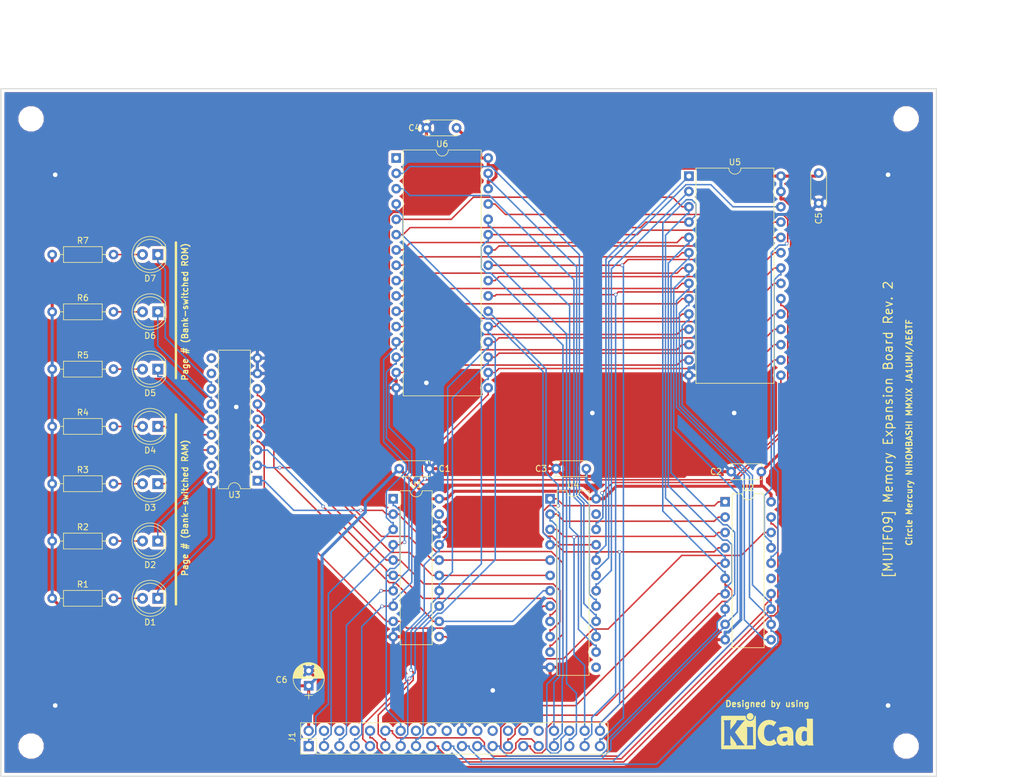
<source format=kicad_pcb>
(kicad_pcb (version 4) (host pcbnew 4.0.7)
  (layers (0 F.Cu signal) (31 B.Cu signal) (34 B.Paste user) (35 F.Paste user) (36 B.SilkS user) (37 F.SilkS user) (38 B.Mask user) (39 F.Mask user) (44 Edge.Cuts user))
  (net 0 "")
  (net 1 /+5V)
  (net 2 /GND)
  (net 3 "Net-(D1-Pad1)")
  (net 4 "Net-(D1-Pad2)")
  (net 5 "Net-(D2-Pad1)")
  (net 6 "Net-(D2-Pad2)")
  (net 7 "Net-(D3-Pad1)")
  (net 8 "Net-(D3-Pad2)")
  (net 9 "Net-(D4-Pad1)")
  (net 10 "Net-(D4-Pad2)")
  (net 11 "Net-(D5-Pad1)")
  (net 12 "Net-(D5-Pad2)")
  (net 13 "Net-(D6-Pad1)")
  (net 14 "Net-(D6-Pad2)")
  (net 15 "Net-(D7-Pad1)")
  (net 16 "Net-(D7-Pad2)")
  (net 17 /D0)
  (net 18 /D1)
  (net 19 /D2)
  (net 20 /D3)
  (net 21 /D4)
  (net 22 /E)
  (net 23 /D5)
  (net 24 /R_/W)
  (net 25 /D6)
  (net 26 //RESET)
  (net 27 /D7)
  (net 28 /A0)
  (net 29 /A1)
  (net 30 /A2)
  (net 31 /A3)
  (net 32 /A4)
  (net 33 /A5)
  (net 34 /A6)
  (net 35 /A7)
  (net 36 /A8)
  (net 37 /A15)
  (net 38 /A9)
  (net 39 /A14)
  (net 40 /A10)
  (net 41 /A13)
  (net 42 /A11)
  (net 43 /A12)
  (net 44 //BANKSEL)
  (net 45 /BS0)
  (net 46 /BS4)
  (net 47 /BS1)
  (net 48 /BS5)
  (net 49 /BS2)
  (net 50 /BS6)
  (net 51 /BS3)
  (net 52 //OE)
  (net 53 //RAMWE)
  (net 54 /RAMA13)
  (net 55 /RAMA14)
  (net 56 /RAMA15)
  (net 57 /RAMA16)
  (net 58 /ROMA12)
  (net 59 /ROMA13)
  (net 60 /ROMA14)
  (net 61 //RAMCE)
  (net 62 //ROMCE)
  (module Housings_DIP:DIP-18_W7.62mm (layer F.Cu) (at 92.5 95 180)
    (fp_text reference U3 (at 3.81 -2.33 180) (layer F.SilkS))
    (fp_text value TBD62083A)
    (pad 1 thru_hole rect (at 0 0 180) (size 1.6 1.6) (drill 0.8) (layers *.Cu *.Mask) (net 45 /BS0))
    (pad 10 thru_hole oval (at 7.62 20.32 180) (size 1.6 1.6) (drill 0.8) (layers *.Cu *.Mask))
    (pad 2 thru_hole oval (at 0 2.54 180) (size 1.6 1.6) (drill 0.8) (layers *.Cu *.Mask) (net 47 /BS1))
    (pad 11 thru_hole oval (at 7.62 17.78 180) (size 1.6 1.6) (drill 0.8) (layers *.Cu *.Mask))
    (pad 3 thru_hole oval (at 0 5.08 180) (size 1.6 1.6) (drill 0.8) (layers *.Cu *.Mask) (net 49 /BS2))
    (pad 12 thru_hole oval (at 7.62 15.24 180) (size 1.6 1.6) (drill 0.8) (layers *.Cu *.Mask) (net 15 "Net-(D7-Pad1)"))
    (pad 4 thru_hole oval (at 0 7.62 180) (size 1.6 1.6) (drill 0.8) (layers *.Cu *.Mask) (net 51 /BS3))
    (pad 13 thru_hole oval (at 7.62 12.7 180) (size 1.6 1.6) (drill 0.8) (layers *.Cu *.Mask) (net 13 "Net-(D6-Pad1)"))
    (pad 5 thru_hole oval (at 0 10.16 180) (size 1.6 1.6) (drill 0.8) (layers *.Cu *.Mask) (net 46 /BS4))
    (pad 14 thru_hole oval (at 7.62 10.16 180) (size 1.6 1.6) (drill 0.8) (layers *.Cu *.Mask) (net 11 "Net-(D5-Pad1)"))
    (pad 6 thru_hole oval (at 0 12.7 180) (size 1.6 1.6) (drill 0.8) (layers *.Cu *.Mask) (net 48 /BS5))
    (pad 15 thru_hole oval (at 7.62 7.62 180) (size 1.6 1.6) (drill 0.8) (layers *.Cu *.Mask) (net 9 "Net-(D4-Pad1)"))
    (pad 7 thru_hole oval (at 0 15.24 180) (size 1.6 1.6) (drill 0.8) (layers *.Cu *.Mask) (net 50 /BS6))
    (pad 16 thru_hole oval (at 7.62 5.08 180) (size 1.6 1.6) (drill 0.8) (layers *.Cu *.Mask) (net 7 "Net-(D3-Pad1)"))
    (pad 8 thru_hole oval (at 0 17.78 180) (size 1.6 1.6) (drill 0.8) (layers *.Cu *.Mask) (net 2 /GND))
    (pad 17 thru_hole oval (at 7.62 2.54 180) (size 1.6 1.6) (drill 0.8) (layers *.Cu *.Mask) (net 5 "Net-(D2-Pad1)"))
    (pad 9 thru_hole oval (at 0 20.32 180) (size 1.6 1.6) (drill 0.8) (layers *.Cu *.Mask) (net 2 /GND))
    (pad 18 thru_hole oval (at 7.62 0 180) (size 1.6 1.6) (drill 0.8) (layers *.Cu *.Mask) (net 3 "Net-(D1-Pad1)"))
  )
  (module Housings_DIP:DIP-32_W15.24mm (layer F.Cu) (at 115.5 41.5)
    (fp_text reference U6 (at 7.62 -2.33) (layer F.SilkS))
    (fp_text value AS6C1008)
    (pad 1 thru_hole rect (at 0 0) (size 1.6 1.6) (drill 0.8) (layers *.Cu *.Mask))
    (pad 17 thru_hole oval (at 15.24 38.1) (size 1.6 1.6) (drill 0.8) (layers *.Cu *.Mask) (net 20 /D3))
    (pad 2 thru_hole oval (at 0 2.54) (size 1.6 1.6) (drill 0.8) (layers *.Cu *.Mask) (net 57 /RAMA16))
    (pad 18 thru_hole oval (at 15.24 35.56) (size 1.6 1.6) (drill 0.8) (layers *.Cu *.Mask) (net 21 /D4))
    (pad 3 thru_hole oval (at 0 5.08) (size 1.6 1.6) (drill 0.8) (layers *.Cu *.Mask) (net 55 /RAMA14))
    (pad 19 thru_hole oval (at 15.24 33.02) (size 1.6 1.6) (drill 0.8) (layers *.Cu *.Mask) (net 23 /D5))
    (pad 4 thru_hole oval (at 0 7.62) (size 1.6 1.6) (drill 0.8) (layers *.Cu *.Mask) (net 43 /A12))
    (pad 20 thru_hole oval (at 15.24 30.48) (size 1.6 1.6) (drill 0.8) (layers *.Cu *.Mask) (net 25 /D6))
    (pad 5 thru_hole oval (at 0 10.16) (size 1.6 1.6) (drill 0.8) (layers *.Cu *.Mask) (net 35 /A7))
    (pad 21 thru_hole oval (at 15.24 27.94) (size 1.6 1.6) (drill 0.8) (layers *.Cu *.Mask) (net 27 /D7))
    (pad 6 thru_hole oval (at 0 12.7) (size 1.6 1.6) (drill 0.8) (layers *.Cu *.Mask) (net 34 /A6))
    (pad 22 thru_hole oval (at 15.24 25.4) (size 1.6 1.6) (drill 0.8) (layers *.Cu *.Mask) (net 61 //RAMCE))
    (pad 7 thru_hole oval (at 0 15.24) (size 1.6 1.6) (drill 0.8) (layers *.Cu *.Mask) (net 33 /A5))
    (pad 23 thru_hole oval (at 15.24 22.86) (size 1.6 1.6) (drill 0.8) (layers *.Cu *.Mask) (net 40 /A10))
    (pad 8 thru_hole oval (at 0 17.78) (size 1.6 1.6) (drill 0.8) (layers *.Cu *.Mask) (net 32 /A4))
    (pad 24 thru_hole oval (at 15.24 20.32) (size 1.6 1.6) (drill 0.8) (layers *.Cu *.Mask) (net 52 //OE))
    (pad 9 thru_hole oval (at 0 20.32) (size 1.6 1.6) (drill 0.8) (layers *.Cu *.Mask) (net 31 /A3))
    (pad 25 thru_hole oval (at 15.24 17.78) (size 1.6 1.6) (drill 0.8) (layers *.Cu *.Mask) (net 42 /A11))
    (pad 10 thru_hole oval (at 0 22.86) (size 1.6 1.6) (drill 0.8) (layers *.Cu *.Mask) (net 30 /A2))
    (pad 26 thru_hole oval (at 15.24 15.24) (size 1.6 1.6) (drill 0.8) (layers *.Cu *.Mask) (net 38 /A9))
    (pad 11 thru_hole oval (at 0 25.4) (size 1.6 1.6) (drill 0.8) (layers *.Cu *.Mask) (net 29 /A1))
    (pad 27 thru_hole oval (at 15.24 12.7) (size 1.6 1.6) (drill 0.8) (layers *.Cu *.Mask) (net 36 /A8))
    (pad 12 thru_hole oval (at 0 27.94) (size 1.6 1.6) (drill 0.8) (layers *.Cu *.Mask) (net 28 /A0))
    (pad 28 thru_hole oval (at 15.24 10.16) (size 1.6 1.6) (drill 0.8) (layers *.Cu *.Mask) (net 54 /RAMA13))
    (pad 13 thru_hole oval (at 0 30.48) (size 1.6 1.6) (drill 0.8) (layers *.Cu *.Mask) (net 17 /D0))
    (pad 29 thru_hole oval (at 15.24 7.62) (size 1.6 1.6) (drill 0.8) (layers *.Cu *.Mask) (net 53 //RAMWE))
    (pad 14 thru_hole oval (at 0 33.02) (size 1.6 1.6) (drill 0.8) (layers *.Cu *.Mask) (net 18 /D1))
    (pad 30 thru_hole oval (at 15.24 5.08) (size 1.6 1.6) (drill 0.8) (layers *.Cu *.Mask) (net 1 /+5V))
    (pad 15 thru_hole oval (at 0 35.56) (size 1.6 1.6) (drill 0.8) (layers *.Cu *.Mask) (net 19 /D2))
    (pad 31 thru_hole oval (at 15.24 2.54) (size 1.6 1.6) (drill 0.8) (layers *.Cu *.Mask) (net 56 /RAMA15))
    (pad 16 thru_hole oval (at 0 38.1) (size 1.6 1.6) (drill 0.8) (layers *.Cu *.Mask) (net 2 /GND))
    (pad 32 thru_hole oval (at 15.24 0) (size 1.6 1.6) (drill 0.8) (layers *.Cu *.Mask) (net 1 /+5V))
  )
  (module Capacitors_THT:C_Disc_D5.0mm_W2.5mm_P5.00mm (layer F.Cu) (at 116 93)
    (fp_text reference C1 (at 7.5 0) (layer F.SilkS))
    (fp_text value 0.1u)
    (pad 1 thru_hole circle (at 0 0) (size 1.6 1.6) (drill 0.8) (layers *.Cu *.Mask) (net 1 /+5V))
    (pad 2 thru_hole circle (at 5 0) (size 1.6 1.6) (drill 0.8) (layers *.Cu *.Mask) (net 2 /GND))
  )
  (module Capacitors_THT:C_Disc_D5.0mm_W2.5mm_P5.00mm (layer F.Cu) (at 176 93.5 180)
    (fp_text reference C2 (at 7.5 0 180) (layer F.SilkS))
    (fp_text value 0.1u)
    (pad 1 thru_hole circle (at 0 0 180) (size 1.6 1.6) (drill 0.8) (layers *.Cu *.Mask) (net 1 /+5V))
    (pad 2 thru_hole circle (at 5 0 180) (size 1.6 1.6) (drill 0.8) (layers *.Cu *.Mask) (net 2 /GND))
  )
  (module Capacitors_THT:C_Disc_D5.0mm_W2.5mm_P5.00mm (layer F.Cu) (at 147 93 180)
    (fp_text reference C3 (at 7.5 0 180) (layer F.SilkS))
    (fp_text value 0.1u)
    (pad 1 thru_hole circle (at 0 0 180) (size 1.6 1.6) (drill 0.8) (layers *.Cu *.Mask) (net 1 /+5V))
    (pad 2 thru_hole circle (at 5 0 180) (size 1.6 1.6) (drill 0.8) (layers *.Cu *.Mask) (net 2 /GND))
  )
  (module Capacitors_THT:C_Disc_D5.0mm_W2.5mm_P5.00mm (layer F.Cu) (at 125.5 36.5 180)
    (fp_text reference C4 (at 7 0 180) (layer F.SilkS))
    (fp_text value 0.1u)
    (pad 1 thru_hole circle (at 0 0 180) (size 1.6 1.6) (drill 0.8) (layers *.Cu *.Mask) (net 1 /+5V))
    (pad 2 thru_hole circle (at 5 0 180) (size 1.6 1.6) (drill 0.8) (layers *.Cu *.Mask) (net 2 /GND))
  )
  (module Capacitors_THT:C_Disc_D5.0mm_W2.5mm_P5.00mm (layer F.Cu) (at 185.5 44 270)
    (fp_text reference C5 (at 7.5 0 270) (layer F.SilkS))
    (fp_text value 0.1u)
    (pad 1 thru_hole circle (at 0 0 270) (size 1.6 1.6) (drill 0.8) (layers *.Cu *.Mask) (net 1 /+5V))
    (pad 2 thru_hole circle (at 5 0 270) (size 1.6 1.6) (drill 0.8) (layers *.Cu *.Mask) (net 2 /GND))
  )
  (module Capacitors_THT:CP_Radial_D5.0mm_P2.50mm (layer F.Cu) (at 101 129 90)
    (fp_text reference C6 (at 1 -4.5 180) (layer F.SilkS))
    (fp_text value 10u)
    (pad 1 thru_hole rect (at 0 0 90) (size 1.6 1.6) (drill 0.8) (layers *.Cu *.Mask) (net 1 /+5V))
    (pad 2 thru_hole circle (at 2.5 0 90) (size 1.6 1.6) (drill 0.8) (layers *.Cu *.Mask) (net 2 /GND))
  )
  (module LEDs:LED_D5.0mm (layer F.Cu) (at 76 114.5 180)
    (fp_text reference D1 (at 1.27 -3.96 180) (layer F.SilkS))
    (fp_text value LED_G)
    (pad 1 thru_hole rect (at 0 0 180) (size 1.8 1.8) (drill 0.9) (layers *.Cu *.Mask) (net 3 "Net-(D1-Pad1)"))
    (pad 2 thru_hole circle (at 2.54 0 180) (size 1.8 1.8) (drill 0.9) (layers *.Cu *.Mask) (net 4 "Net-(D1-Pad2)"))
  )
  (module LEDs:LED_D5.0mm (layer F.Cu) (at 76 105 180)
    (fp_text reference D2 (at 1.27 -3.96 180) (layer F.SilkS))
    (fp_text value LED_G)
    (pad 1 thru_hole rect (at 0 0 180) (size 1.8 1.8) (drill 0.9) (layers *.Cu *.Mask) (net 5 "Net-(D2-Pad1)"))
    (pad 2 thru_hole circle (at 2.54 0 180) (size 1.8 1.8) (drill 0.9) (layers *.Cu *.Mask) (net 6 "Net-(D2-Pad2)"))
  )
  (module LEDs:LED_D5.0mm (layer F.Cu) (at 76 95.5 180)
    (fp_text reference D3 (at 1.27 -3.96 180) (layer F.SilkS))
    (fp_text value LED_G)
    (pad 1 thru_hole rect (at 0 0 180) (size 1.8 1.8) (drill 0.9) (layers *.Cu *.Mask) (net 7 "Net-(D3-Pad1)"))
    (pad 2 thru_hole circle (at 2.54 0 180) (size 1.8 1.8) (drill 0.9) (layers *.Cu *.Mask) (net 8 "Net-(D3-Pad2)"))
  )
  (module LEDs:LED_D5.0mm (layer F.Cu) (at 76 86 180)
    (fp_text reference D4 (at 1.27 -3.96 180) (layer F.SilkS))
    (fp_text value LED_G)
    (pad 1 thru_hole rect (at 0 0 180) (size 1.8 1.8) (drill 0.9) (layers *.Cu *.Mask) (net 9 "Net-(D4-Pad1)"))
    (pad 2 thru_hole circle (at 2.54 0 180) (size 1.8 1.8) (drill 0.9) (layers *.Cu *.Mask) (net 10 "Net-(D4-Pad2)"))
  )
  (module LEDs:LED_D5.0mm (layer F.Cu) (at 76 76.5 180)
    (fp_text reference D5 (at 1.27 -3.96 180) (layer F.SilkS))
    (fp_text value LED_Y)
    (pad 1 thru_hole rect (at 0 0 180) (size 1.8 1.8) (drill 0.9) (layers *.Cu *.Mask) (net 11 "Net-(D5-Pad1)"))
    (pad 2 thru_hole circle (at 2.54 0 180) (size 1.8 1.8) (drill 0.9) (layers *.Cu *.Mask) (net 12 "Net-(D5-Pad2)"))
  )
  (module LEDs:LED_D5.0mm (layer F.Cu) (at 76 67 180)
    (fp_text reference D6 (at 1.27 -3.96 180) (layer F.SilkS))
    (fp_text value LED_Y)
    (pad 1 thru_hole rect (at 0 0 180) (size 1.8 1.8) (drill 0.9) (layers *.Cu *.Mask) (net 13 "Net-(D6-Pad1)"))
    (pad 2 thru_hole circle (at 2.54 0 180) (size 1.8 1.8) (drill 0.9) (layers *.Cu *.Mask) (net 14 "Net-(D6-Pad2)"))
  )
  (module LEDs:LED_D5.0mm (layer F.Cu) (at 76 57.5 180)
    (fp_text reference D7 (at 1.27 -3.96 180) (layer F.SilkS))
    (fp_text value LED_Y)
    (pad 1 thru_hole rect (at 0 0 180) (size 1.8 1.8) (drill 0.9) (layers *.Cu *.Mask) (net 15 "Net-(D7-Pad1)"))
    (pad 2 thru_hole circle (at 2.54 0 180) (size 1.8 1.8) (drill 0.9) (layers *.Cu *.Mask) (net 16 "Net-(D7-Pad2)"))
  )
  (module Pin_Headers:Pin_Header_Straight_2x20_Pitch2.54mm (layer F.Cu) (at 101 139 90)
    (fp_text reference J1 (at 1.5 -2.75 90) (layer F.SilkS))
    (fp_text value Conn_02x20_Odd_Even hide)
    (pad 1 thru_hole rect (at 0 0 90) (size 1.7 1.7) (drill 1) (layers *.Cu *.Mask) (net 17 /D0))
    (pad 2 thru_hole oval (at 2.54 0 90) (size 1.7 1.7) (drill 1) (layers *.Cu *.Mask) (net 1 /+5V))
    (pad 3 thru_hole oval (at 0 2.54 90) (size 1.7 1.7) (drill 1) (layers *.Cu *.Mask) (net 18 /D1))
    (pad 4 thru_hole oval (at 2.54 2.54 90) (size 1.7 1.7) (drill 1) (layers *.Cu *.Mask))
    (pad 5 thru_hole oval (at 0 5.08 90) (size 1.7 1.7) (drill 1) (layers *.Cu *.Mask) (net 19 /D2))
    (pad 6 thru_hole oval (at 2.54 5.08 90) (size 1.7 1.7) (drill 1) (layers *.Cu *.Mask))
    (pad 7 thru_hole oval (at 0 7.62 90) (size 1.7 1.7) (drill 1) (layers *.Cu *.Mask) (net 20 /D3))
    (pad 8 thru_hole oval (at 2.54 7.62 90) (size 1.7 1.7) (drill 1) (layers *.Cu *.Mask))
    (pad 9 thru_hole oval (at 0 10.16 90) (size 1.7 1.7) (drill 1) (layers *.Cu *.Mask) (net 21 /D4))
    (pad 10 thru_hole oval (at 2.54 10.16 90) (size 1.7 1.7) (drill 1) (layers *.Cu *.Mask) (net 22 /E))
    (pad 11 thru_hole oval (at 0 12.7 90) (size 1.7 1.7) (drill 1) (layers *.Cu *.Mask) (net 23 /D5))
    (pad 12 thru_hole oval (at 2.54 12.7 90) (size 1.7 1.7) (drill 1) (layers *.Cu *.Mask) (net 24 /R_/W))
    (pad 13 thru_hole oval (at 0 15.24 90) (size 1.7 1.7) (drill 1) (layers *.Cu *.Mask) (net 25 /D6))
    (pad 14 thru_hole oval (at 2.54 15.24 90) (size 1.7 1.7) (drill 1) (layers *.Cu *.Mask) (net 26 //RESET))
    (pad 15 thru_hole oval (at 0 17.78 90) (size 1.7 1.7) (drill 1) (layers *.Cu *.Mask) (net 27 /D7))
    (pad 16 thru_hole oval (at 2.54 17.78 90) (size 1.7 1.7) (drill 1) (layers *.Cu *.Mask))
    (pad 17 thru_hole oval (at 0 20.32 90) (size 1.7 1.7) (drill 1) (layers *.Cu *.Mask) (net 28 /A0))
    (pad 18 thru_hole oval (at 2.54 20.32 90) (size 1.7 1.7) (drill 1) (layers *.Cu *.Mask))
    (pad 19 thru_hole oval (at 0 22.86 90) (size 1.7 1.7) (drill 1) (layers *.Cu *.Mask) (net 29 /A1))
    (pad 20 thru_hole oval (at 2.54 22.86 90) (size 1.7 1.7) (drill 1) (layers *.Cu *.Mask))
    (pad 21 thru_hole oval (at 0 25.4 90) (size 1.7 1.7) (drill 1) (layers *.Cu *.Mask) (net 30 /A2))
    (pad 22 thru_hole oval (at 2.54 25.4 90) (size 1.7 1.7) (drill 1) (layers *.Cu *.Mask) (net 2 /GND))
    (pad 23 thru_hole oval (at 0 27.94 90) (size 1.7 1.7) (drill 1) (layers *.Cu *.Mask) (net 31 /A3))
    (pad 24 thru_hole oval (at 2.54 27.94 90) (size 1.7 1.7) (drill 1) (layers *.Cu *.Mask))
    (pad 25 thru_hole oval (at 0 30.48 90) (size 1.7 1.7) (drill 1) (layers *.Cu *.Mask) (net 32 /A4))
    (pad 26 thru_hole oval (at 2.54 30.48 90) (size 1.7 1.7) (drill 1) (layers *.Cu *.Mask))
    (pad 27 thru_hole oval (at 0 33.02 90) (size 1.7 1.7) (drill 1) (layers *.Cu *.Mask) (net 33 /A5))
    (pad 28 thru_hole oval (at 2.54 33.02 90) (size 1.7 1.7) (drill 1) (layers *.Cu *.Mask))
    (pad 29 thru_hole oval (at 0 35.56 90) (size 1.7 1.7) (drill 1) (layers *.Cu *.Mask) (net 34 /A6))
    (pad 30 thru_hole oval (at 2.54 35.56 90) (size 1.7 1.7) (drill 1) (layers *.Cu *.Mask))
    (pad 31 thru_hole oval (at 0 38.1 90) (size 1.7 1.7) (drill 1) (layers *.Cu *.Mask) (net 35 /A7))
    (pad 32 thru_hole oval (at 2.54 38.1 90) (size 1.7 1.7) (drill 1) (layers *.Cu *.Mask))
    (pad 33 thru_hole oval (at 0 40.64 90) (size 1.7 1.7) (drill 1) (layers *.Cu *.Mask) (net 36 /A8))
    (pad 34 thru_hole oval (at 2.54 40.64 90) (size 1.7 1.7) (drill 1) (layers *.Cu *.Mask) (net 37 /A15))
    (pad 35 thru_hole oval (at 0 43.18 90) (size 1.7 1.7) (drill 1) (layers *.Cu *.Mask) (net 38 /A9))
    (pad 36 thru_hole oval (at 2.54 43.18 90) (size 1.7 1.7) (drill 1) (layers *.Cu *.Mask) (net 39 /A14))
    (pad 37 thru_hole oval (at 0 45.72 90) (size 1.7 1.7) (drill 1) (layers *.Cu *.Mask) (net 40 /A10))
    (pad 38 thru_hole oval (at 2.54 45.72 90) (size 1.7 1.7) (drill 1) (layers *.Cu *.Mask) (net 41 /A13))
    (pad 39 thru_hole oval (at 0 48.26 90) (size 1.7 1.7) (drill 1) (layers *.Cu *.Mask) (net 42 /A11))
    (pad 40 thru_hole oval (at 2.54 48.26 90) (size 1.7 1.7) (drill 1) (layers *.Cu *.Mask) (net 43 /A12))
  )
  (module Mounting_Holes:MountingHole_3.2mm_M3 (layer F.Cu) (at 200 139)
    (fp_text reference J2 hide)
    (fp_text value Mount_Hole_3.2mm_M3 hide)
    (pad 1 np_thru_hole circle (at 0 0) (size 3.2 3.2) (drill 3.2) (layers *.Cu *.Mask))
  )
  (module Mounting_Holes:MountingHole_3.2mm_M3 (layer F.Cu) (at 55 139)
    (fp_text reference J3 hide)
    (fp_text value Mount_Hole_3.2mm_M3 hide)
    (pad 1 np_thru_hole circle (at 0 0) (size 3.2 3.2) (drill 3.2) (layers *.Cu *.Mask))
  )
  (module Mounting_Holes:MountingHole_3.2mm_M3 (layer F.Cu) (at 200 35)
    (fp_text reference J4 hide)
    (fp_text value Mount_Hole_3.2mm_M3 hide)
    (pad 1 np_thru_hole circle (at 0 0) (size 3.2 3.2) (drill 3.2) (layers *.Cu *.Mask))
  )
  (module Mounting_Holes:MountingHole_3.2mm_M3 (layer F.Cu) (at 55 35)
    (fp_text reference J5 hide)
    (fp_text value Mount_Hole_3.2mm_M3 hide)
    (pad 1 np_thru_hole circle (at 0 0) (size 3.2 3.2) (drill 3.2) (layers *.Cu *.Mask))
  )
  (module Resistors_THT:R_Axial_DIN0207_L6.3mm_D2.5mm_P10.16mm_Horizontal (layer F.Cu) (at 58.5 114.5)
    (fp_text reference R1 (at 5.08 -2.31) (layer F.SilkS))
    (fp_text value 1k)
    (pad 1 thru_hole circle (at 0 0) (size 1.6 1.6) (drill 0.8) (layers *.Cu *.Mask) (net 1 /+5V))
    (pad 2 thru_hole oval (at 10.16 0) (size 1.6 1.6) (drill 0.8) (layers *.Cu *.Mask) (net 4 "Net-(D1-Pad2)"))
  )
  (module Resistors_THT:R_Axial_DIN0207_L6.3mm_D2.5mm_P10.16mm_Horizontal (layer F.Cu) (at 58.5 105)
    (fp_text reference R2 (at 5.08 -2.31) (layer F.SilkS))
    (fp_text value 1k)
    (pad 1 thru_hole circle (at 0 0) (size 1.6 1.6) (drill 0.8) (layers *.Cu *.Mask) (net 1 /+5V))
    (pad 2 thru_hole oval (at 10.16 0) (size 1.6 1.6) (drill 0.8) (layers *.Cu *.Mask) (net 6 "Net-(D2-Pad2)"))
  )
  (module Resistors_THT:R_Axial_DIN0207_L6.3mm_D2.5mm_P10.16mm_Horizontal (layer F.Cu) (at 58.5 95.5)
    (fp_text reference R3 (at 5.08 -2.31) (layer F.SilkS))
    (fp_text value 1k)
    (pad 1 thru_hole circle (at 0 0) (size 1.6 1.6) (drill 0.8) (layers *.Cu *.Mask) (net 1 /+5V))
    (pad 2 thru_hole oval (at 10.16 0) (size 1.6 1.6) (drill 0.8) (layers *.Cu *.Mask) (net 8 "Net-(D3-Pad2)"))
  )
  (module Resistors_THT:R_Axial_DIN0207_L6.3mm_D2.5mm_P10.16mm_Horizontal (layer F.Cu) (at 58.5 86)
    (fp_text reference R4 (at 5.08 -2.31) (layer F.SilkS))
    (fp_text value 1k)
    (pad 1 thru_hole circle (at 0 0) (size 1.6 1.6) (drill 0.8) (layers *.Cu *.Mask) (net 1 /+5V))
    (pad 2 thru_hole oval (at 10.16 0) (size 1.6 1.6) (drill 0.8) (layers *.Cu *.Mask) (net 10 "Net-(D4-Pad2)"))
  )
  (module Resistors_THT:R_Axial_DIN0207_L6.3mm_D2.5mm_P10.16mm_Horizontal (layer F.Cu) (at 58.5 76.5)
    (fp_text reference R5 (at 5.08 -2.31) (layer F.SilkS))
    (fp_text value 1k)
    (pad 1 thru_hole circle (at 0 0) (size 1.6 1.6) (drill 0.8) (layers *.Cu *.Mask) (net 1 /+5V))
    (pad 2 thru_hole oval (at 10.16 0) (size 1.6 1.6) (drill 0.8) (layers *.Cu *.Mask) (net 12 "Net-(D5-Pad2)"))
  )
  (module Resistors_THT:R_Axial_DIN0207_L6.3mm_D2.5mm_P10.16mm_Horizontal (layer F.Cu) (at 58.5 67)
    (fp_text reference R6 (at 5.08 -2.31) (layer F.SilkS))
    (fp_text value 1k)
    (pad 1 thru_hole circle (at 0 0) (size 1.6 1.6) (drill 0.8) (layers *.Cu *.Mask) (net 1 /+5V))
    (pad 2 thru_hole oval (at 10.16 0) (size 1.6 1.6) (drill 0.8) (layers *.Cu *.Mask) (net 14 "Net-(D6-Pad2)"))
  )
  (module Resistors_THT:R_Axial_DIN0207_L6.3mm_D2.5mm_P10.16mm_Horizontal (layer F.Cu) (at 58.5 57.5)
    (fp_text reference R7 (at 5.08 -2.31) (layer F.SilkS))
    (fp_text value 1k)
    (pad 1 thru_hole circle (at 0 0) (size 1.6 1.6) (drill 0.8) (layers *.Cu *.Mask) (net 1 /+5V))
    (pad 2 thru_hole oval (at 10.16 0) (size 1.6 1.6) (drill 0.8) (layers *.Cu *.Mask) (net 16 "Net-(D7-Pad2)"))
  )
  (module Housings_DIP:DIP-20_W7.62mm (layer F.Cu) (at 115 98)
    (fp_text reference U1 (at 3.81 -2.33) (layer F.SilkS))
    (fp_text value 74HCT273)
    (pad 1 thru_hole rect (at 0 0) (size 1.6 1.6) (drill 0.8) (layers *.Cu *.Mask) (net 26 //RESET))
    (pad 11 thru_hole oval (at 7.62 22.86) (size 1.6 1.6) (drill 0.8) (layers *.Cu *.Mask) (net 44 //BANKSEL))
    (pad 2 thru_hole oval (at 0 2.54) (size 1.6 1.6) (drill 0.8) (layers *.Cu *.Mask) (net 45 /BS0))
    (pad 12 thru_hole oval (at 7.62 20.32) (size 1.6 1.6) (drill 0.8) (layers *.Cu *.Mask) (net 46 /BS4))
    (pad 3 thru_hole oval (at 0 5.08) (size 1.6 1.6) (drill 0.8) (layers *.Cu *.Mask) (net 17 /D0))
    (pad 13 thru_hole oval (at 7.62 17.78) (size 1.6 1.6) (drill 0.8) (layers *.Cu *.Mask) (net 21 /D4))
    (pad 4 thru_hole oval (at 0 7.62) (size 1.6 1.6) (drill 0.8) (layers *.Cu *.Mask) (net 18 /D1))
    (pad 14 thru_hole oval (at 7.62 15.24) (size 1.6 1.6) (drill 0.8) (layers *.Cu *.Mask) (net 23 /D5))
    (pad 5 thru_hole oval (at 0 10.16) (size 1.6 1.6) (drill 0.8) (layers *.Cu *.Mask) (net 47 /BS1))
    (pad 15 thru_hole oval (at 7.62 12.7) (size 1.6 1.6) (drill 0.8) (layers *.Cu *.Mask) (net 48 /BS5))
    (pad 6 thru_hole oval (at 0 12.7) (size 1.6 1.6) (drill 0.8) (layers *.Cu *.Mask) (net 49 /BS2))
    (pad 16 thru_hole oval (at 7.62 10.16) (size 1.6 1.6) (drill 0.8) (layers *.Cu *.Mask) (net 50 /BS6))
    (pad 7 thru_hole oval (at 0 15.24) (size 1.6 1.6) (drill 0.8) (layers *.Cu *.Mask) (net 19 /D2))
    (pad 17 thru_hole oval (at 7.62 7.62) (size 1.6 1.6) (drill 0.8) (layers *.Cu *.Mask) (net 25 /D6))
    (pad 8 thru_hole oval (at 0 17.78) (size 1.6 1.6) (drill 0.8) (layers *.Cu *.Mask) (net 20 /D3))
    (pad 18 thru_hole oval (at 7.62 5.08) (size 1.6 1.6) (drill 0.8) (layers *.Cu *.Mask) (net 2 /GND))
    (pad 9 thru_hole oval (at 0 20.32) (size 1.6 1.6) (drill 0.8) (layers *.Cu *.Mask) (net 51 /BS3))
    (pad 19 thru_hole oval (at 7.62 2.54) (size 1.6 1.6) (drill 0.8) (layers *.Cu *.Mask))
    (pad 10 thru_hole oval (at 0 22.86) (size 1.6 1.6) (drill 0.8) (layers *.Cu *.Mask) (net 2 /GND))
    (pad 20 thru_hole oval (at 7.62 0) (size 1.6 1.6) (drill 0.8) (layers *.Cu *.Mask) (net 1 /+5V))
  )
  (module Housings_DIP:DIP-20_W7.62mm (layer F.Cu) (at 170 98.5)
    (fp_text reference U2 (at 3.81 -2.33) (layer F.SilkS))
    (fp_text value GAL16V8)
    (pad 1 thru_hole rect (at 0 0) (size 1.6 1.6) (drill 0.8) (layers *.Cu *.Mask) (net 37 /A15))
    (pad 11 thru_hole oval (at 7.62 22.86) (size 1.6 1.6) (drill 0.8) (layers *.Cu *.Mask) (net 30 /A2))
    (pad 2 thru_hole oval (at 0 2.54) (size 1.6 1.6) (drill 0.8) (layers *.Cu *.Mask) (net 39 /A14))
    (pad 12 thru_hole oval (at 7.62 20.32) (size 1.6 1.6) (drill 0.8) (layers *.Cu *.Mask) (net 29 /A1))
    (pad 3 thru_hole oval (at 0 5.08) (size 1.6 1.6) (drill 0.8) (layers *.Cu *.Mask) (net 41 /A13))
    (pad 13 thru_hole oval (at 7.62 17.78) (size 1.6 1.6) (drill 0.8) (layers *.Cu *.Mask) (net 28 /A0))
    (pad 4 thru_hole oval (at 0 7.62) (size 1.6 1.6) (drill 0.8) (layers *.Cu *.Mask) (net 43 /A12))
    (pad 14 thru_hole oval (at 7.62 15.24) (size 1.6 1.6) (drill 0.8) (layers *.Cu *.Mask) (net 24 /R_/W))
    (pad 5 thru_hole oval (at 0 10.16) (size 1.6 1.6) (drill 0.8) (layers *.Cu *.Mask) (net 35 /A7))
    (pad 15 thru_hole oval (at 7.62 12.7) (size 1.6 1.6) (drill 0.8) (layers *.Cu *.Mask))
    (pad 6 thru_hole oval (at 0 12.7) (size 1.6 1.6) (drill 0.8) (layers *.Cu *.Mask) (net 34 /A6))
    (pad 16 thru_hole oval (at 7.62 10.16) (size 1.6 1.6) (drill 0.8) (layers *.Cu *.Mask) (net 52 //OE))
    (pad 7 thru_hole oval (at 0 15.24) (size 1.6 1.6) (drill 0.8) (layers *.Cu *.Mask) (net 33 /A5))
    (pad 17 thru_hole oval (at 7.62 7.62) (size 1.6 1.6) (drill 0.8) (layers *.Cu *.Mask) (net 53 //RAMWE))
    (pad 8 thru_hole oval (at 0 17.78) (size 1.6 1.6) (drill 0.8) (layers *.Cu *.Mask) (net 32 /A4))
    (pad 18 thru_hole oval (at 7.62 5.08) (size 1.6 1.6) (drill 0.8) (layers *.Cu *.Mask) (net 44 //BANKSEL))
    (pad 9 thru_hole oval (at 0 20.32) (size 1.6 1.6) (drill 0.8) (layers *.Cu *.Mask) (net 31 /A3))
    (pad 19 thru_hole oval (at 7.62 2.54) (size 1.6 1.6) (drill 0.8) (layers *.Cu *.Mask) (net 22 /E))
    (pad 10 thru_hole oval (at 0 22.86) (size 1.6 1.6) (drill 0.8) (layers *.Cu *.Mask) (net 2 /GND))
    (pad 20 thru_hole oval (at 7.62 0) (size 1.6 1.6) (drill 0.8) (layers *.Cu *.Mask) (net 1 /+5V))
  )
  (module Housings_DIP:DIP-24_W7.62mm (layer F.Cu) (at 141 98)
    (fp_text reference U4 (at 3.81 -2.33) (layer F.SilkS))
    (fp_text value GAL22V10)
    (pad 1 thru_hole rect (at 0 0) (size 1.6 1.6) (drill 0.8) (layers *.Cu *.Mask) (net 37 /A15))
    (pad 13 thru_hole oval (at 7.62 27.94) (size 1.6 1.6) (drill 0.8) (layers *.Cu *.Mask))
    (pad 2 thru_hole oval (at 0 2.54) (size 1.6 1.6) (drill 0.8) (layers *.Cu *.Mask) (net 39 /A14))
    (pad 14 thru_hole oval (at 7.62 25.4) (size 1.6 1.6) (drill 0.8) (layers *.Cu *.Mask) (net 54 /RAMA13))
    (pad 3 thru_hole oval (at 0 5.08) (size 1.6 1.6) (drill 0.8) (layers *.Cu *.Mask) (net 41 /A13))
    (pad 15 thru_hole oval (at 7.62 22.86) (size 1.6 1.6) (drill 0.8) (layers *.Cu *.Mask) (net 55 /RAMA14))
    (pad 4 thru_hole oval (at 0 7.62) (size 1.6 1.6) (drill 0.8) (layers *.Cu *.Mask) (net 43 /A12))
    (pad 16 thru_hole oval (at 7.62 20.32) (size 1.6 1.6) (drill 0.8) (layers *.Cu *.Mask) (net 56 /RAMA15))
    (pad 5 thru_hole oval (at 0 10.16) (size 1.6 1.6) (drill 0.8) (layers *.Cu *.Mask) (net 50 /BS6))
    (pad 17 thru_hole oval (at 7.62 17.78) (size 1.6 1.6) (drill 0.8) (layers *.Cu *.Mask) (net 57 /RAMA16))
    (pad 6 thru_hole oval (at 0 12.7) (size 1.6 1.6) (drill 0.8) (layers *.Cu *.Mask) (net 48 /BS5))
    (pad 18 thru_hole oval (at 7.62 15.24) (size 1.6 1.6) (drill 0.8) (layers *.Cu *.Mask) (net 58 /ROMA12))
    (pad 7 thru_hole oval (at 0 15.24) (size 1.6 1.6) (drill 0.8) (layers *.Cu *.Mask) (net 46 /BS4))
    (pad 19 thru_hole oval (at 7.62 12.7) (size 1.6 1.6) (drill 0.8) (layers *.Cu *.Mask) (net 59 /ROMA13))
    (pad 8 thru_hole oval (at 0 17.78) (size 1.6 1.6) (drill 0.8) (layers *.Cu *.Mask) (net 51 /BS3))
    (pad 20 thru_hole oval (at 7.62 10.16) (size 1.6 1.6) (drill 0.8) (layers *.Cu *.Mask) (net 60 /ROMA14))
    (pad 9 thru_hole oval (at 0 20.32) (size 1.6 1.6) (drill 0.8) (layers *.Cu *.Mask) (net 49 /BS2))
    (pad 21 thru_hole oval (at 7.62 7.62) (size 1.6 1.6) (drill 0.8) (layers *.Cu *.Mask) (net 61 //RAMCE))
    (pad 10 thru_hole oval (at 0 22.86) (size 1.6 1.6) (drill 0.8) (layers *.Cu *.Mask) (net 47 /BS1))
    (pad 22 thru_hole oval (at 7.62 5.08) (size 1.6 1.6) (drill 0.8) (layers *.Cu *.Mask) (net 62 //ROMCE))
    (pad 11 thru_hole oval (at 0 25.4) (size 1.6 1.6) (drill 0.8) (layers *.Cu *.Mask) (net 45 /BS0))
    (pad 23 thru_hole oval (at 7.62 2.54) (size 1.6 1.6) (drill 0.8) (layers *.Cu *.Mask))
    (pad 12 thru_hole oval (at 0 27.94) (size 1.6 1.6) (drill 0.8) (layers *.Cu *.Mask) (net 2 /GND))
    (pad 24 thru_hole oval (at 7.62 0) (size 1.6 1.6) (drill 0.8) (layers *.Cu *.Mask) (net 1 /+5V))
  )
  (module Housings_DIP:DIP-28_W15.24mm (layer F.Cu) (at 164 44.5)
    (fp_text reference U5 (at 7.62 -2.33) (layer F.SilkS))
    (fp_text value AT28C256)
    (pad 1 thru_hole rect (at 0 0) (size 1.6 1.6) (drill 0.8) (layers *.Cu *.Mask) (net 60 /ROMA14))
    (pad 15 thru_hole oval (at 15.24 33.02) (size 1.6 1.6) (drill 0.8) (layers *.Cu *.Mask) (net 20 /D3))
    (pad 2 thru_hole oval (at 0 2.54) (size 1.6 1.6) (drill 0.8) (layers *.Cu *.Mask) (net 58 /ROMA12))
    (pad 16 thru_hole oval (at 15.24 30.48) (size 1.6 1.6) (drill 0.8) (layers *.Cu *.Mask) (net 21 /D4))
    (pad 3 thru_hole oval (at 0 5.08) (size 1.6 1.6) (drill 0.8) (layers *.Cu *.Mask) (net 35 /A7))
    (pad 17 thru_hole oval (at 15.24 27.94) (size 1.6 1.6) (drill 0.8) (layers *.Cu *.Mask) (net 23 /D5))
    (pad 4 thru_hole oval (at 0 7.62) (size 1.6 1.6) (drill 0.8) (layers *.Cu *.Mask) (net 34 /A6))
    (pad 18 thru_hole oval (at 15.24 25.4) (size 1.6 1.6) (drill 0.8) (layers *.Cu *.Mask) (net 25 /D6))
    (pad 5 thru_hole oval (at 0 10.16) (size 1.6 1.6) (drill 0.8) (layers *.Cu *.Mask) (net 33 /A5))
    (pad 19 thru_hole oval (at 15.24 22.86) (size 1.6 1.6) (drill 0.8) (layers *.Cu *.Mask) (net 27 /D7))
    (pad 6 thru_hole oval (at 0 12.7) (size 1.6 1.6) (drill 0.8) (layers *.Cu *.Mask) (net 32 /A4))
    (pad 20 thru_hole oval (at 15.24 20.32) (size 1.6 1.6) (drill 0.8) (layers *.Cu *.Mask) (net 62 //ROMCE))
    (pad 7 thru_hole oval (at 0 15.24) (size 1.6 1.6) (drill 0.8) (layers *.Cu *.Mask) (net 31 /A3))
    (pad 21 thru_hole oval (at 15.24 17.78) (size 1.6 1.6) (drill 0.8) (layers *.Cu *.Mask) (net 40 /A10))
    (pad 8 thru_hole oval (at 0 17.78) (size 1.6 1.6) (drill 0.8) (layers *.Cu *.Mask) (net 30 /A2))
    (pad 22 thru_hole oval (at 15.24 15.24) (size 1.6 1.6) (drill 0.8) (layers *.Cu *.Mask) (net 52 //OE))
    (pad 9 thru_hole oval (at 0 20.32) (size 1.6 1.6) (drill 0.8) (layers *.Cu *.Mask) (net 29 /A1))
    (pad 23 thru_hole oval (at 15.24 12.7) (size 1.6 1.6) (drill 0.8) (layers *.Cu *.Mask) (net 42 /A11))
    (pad 10 thru_hole oval (at 0 22.86) (size 1.6 1.6) (drill 0.8) (layers *.Cu *.Mask) (net 28 /A0))
    (pad 24 thru_hole oval (at 15.24 10.16) (size 1.6 1.6) (drill 0.8) (layers *.Cu *.Mask) (net 38 /A9))
    (pad 11 thru_hole oval (at 0 25.4) (size 1.6 1.6) (drill 0.8) (layers *.Cu *.Mask) (net 17 /D0))
    (pad 25 thru_hole oval (at 15.24 7.62) (size 1.6 1.6) (drill 0.8) (layers *.Cu *.Mask) (net 36 /A8))
    (pad 12 thru_hole oval (at 0 27.94) (size 1.6 1.6) (drill 0.8) (layers *.Cu *.Mask) (net 18 /D1))
    (pad 26 thru_hole oval (at 15.24 5.08) (size 1.6 1.6) (drill 0.8) (layers *.Cu *.Mask) (net 59 /ROMA13))
    (pad 13 thru_hole oval (at 0 30.48) (size 1.6 1.6) (drill 0.8) (layers *.Cu *.Mask) (net 19 /D2))
    (pad 27 thru_hole oval (at 15.24 2.54) (size 1.6 1.6) (drill 0.8) (layers *.Cu *.Mask) (net 1 /+5V))
    (pad 14 thru_hole oval (at 0 33.02) (size 1.6 1.6) (drill 0.8) (layers *.Cu *.Mask) (net 2 /GND))
    (pad 28 thru_hole oval (at 15.24 0) (size 1.6 1.6) (drill 0.8) (layers *.Cu *.Mask) (net 1 /+5V))
  )
  (module Symbols:KiCad-Logo_6mm_SilkScreen (layer F.Cu) (at 177 136.5)
    (fp_text reference REF*** hide)
    (fp_text value KiCad-Logo_6mm_SilkScreen hide)
  )
  (module sbclib:via (layer F.Cu) (at 59 43)
    (fp_text reference "" hide)
    (fp_text value via hide)
    (pad 1 thru_hole circle (at 0 1.27) (size 1.524 1.524) (drill 0.762) (layers *.Cu *.Mask))
  )
  (module sbclib:via (layer F.Cu) (at 197 43)
    (fp_text reference "" hide)
    (fp_text value via hide)
    (pad 1 thru_hole circle (at 0 1.27) (size 1.524 1.524) (drill 0.762) (layers *.Cu *.Mask))
  )
  (module sbclib:via (layer F.Cu) (at 59 131)
    (fp_text reference "" hide)
    (fp_text value via hide)
    (pad 1 thru_hole circle (at 0 1.27) (size 1.524 1.524) (drill 0.762) (layers *.Cu *.Mask))
  )
  (module sbclib:via (layer F.Cu) (at 197 131)
    (fp_text reference "" hide)
    (fp_text value via hide)
    (pad 1 thru_hole circle (at 0 1.27) (size 1.524 1.524) (drill 0.762) (layers *.Cu *.Mask))
  )
  (module sbclib:via (layer F.Cu) (at 131.5 128.5)
    (fp_text reference "" hide)
    (fp_text value via hide)
    (pad 1 thru_hole circle (at 0 1.27) (size 1.524 1.524) (drill 0.762) (layers *.Cu *.Mask))
  )
  (module sbclib:via (layer F.Cu) (at 171.5 82.5)
    (fp_text reference "" hide)
    (fp_text value via hide)
    (pad 1 thru_hole circle (at 0 1.27) (size 1.524 1.524) (drill 0.762) (layers *.Cu *.Mask))
  )
  (module sbclib:via (layer F.Cu) (at 120.5 77.5)
    (fp_text reference "" hide)
    (fp_text value via hide)
    (pad 1 thru_hole circle (at 0 1.27) (size 1.524 1.524) (drill 0.762) (layers *.Cu *.Mask))
  )
  (module sbclib:via (layer F.Cu) (at 89 81.5)
    (fp_text reference "" hide)
    (fp_text value via hide)
    (pad 1 thru_hole circle (at 0 1.27) (size 1.524 1.524) (drill 0.762) (layers *.Cu *.Mask))
  )
  (module sbclib:via (layer F.Cu) (at 148 82.5)
    (fp_text reference "" hide)
    (fp_text value via hide)
    (pad 1 thru_hole circle (at 0 1.27) (size 1.524 1.524) (drill 0.762) (layers *.Cu *.Mask))
  )
  (gr_text "Page # (Bank-switched ROM)" (at 80.5 67 90) (layer F.SilkS) (effects (font (size 1 1) (thickness 0.2))))
  (gr_text "Page # (Bank-switched RAM)" (at 80.5 99.5 90) (layer F.SilkS) (effects (font (size 1 1) (thickness 0.2))))
  (gr_line (start 79 78) (end 79 55.5) (angle 90) (layer F.SilkS) (width 0.4))
  (gr_line (start 79 115.5) (end 79 84) (angle 90) (layer F.SilkS) (width 0.4))
  (gr_text "Circle Mercury NIHOMBASHI MMXIX JA1UMI/AE6TF" (at 200.5 87 90) (layer F.SilkS) (effects (font (size 1 1) (thickness 0.2))))
  (gr_text "[MUTIF09] Memory Expansion Board Rev. 2" (at 197 86.5 90) (layer F.SilkS) (effects (font (size 1.5 1.5) (thickness 0.2))))
  (gr_text "Designed by using" (at 177 132) (layer F.SilkS) (effects (font (size 1 1) (thickness 0.2))))
  (gr_line (start 50 144) (end 50 30) (angle 90) (layer Edge.Cuts) (width 0.15))
  (gr_line (start 205 144) (end 50 144) (angle 90) (layer Edge.Cuts) (width 0.15))
  (gr_line (start 205 30) (end 205 144) (angle 90) (layer Edge.Cuts) (width 0.15))
  (gr_line (start 50 30) (end 205 30) (angle 90) (layer Edge.Cuts) (width 0.15))
  (segment (start 179.24 44.5) (end 179.24 47.04) (width 0.5) (layer B.Cu) (net 1))
  (segment (start 58.5 86) (end 58.5 95.5) (width 0.5) (layer B.Cu) (net 1))
  (segment (start 58.5 95.5) (end 58.5 105) (width 0.5) (layer B.Cu) (net 1))
  (segment (start 58.5 105) (end 58.5 114.5) (width 0.5) (layer B.Cu) (net 1))
  (segment (start 185 44.5) (end 185.5 44) (width 0.5) (layer F.Cu) (net 1))
  (segment (start 179.24 44.5) (end 185 44.5) (width 0.5) (layer F.Cu) (net 1))
  (segment (start 179.24 44.5) (end 177.9897 44.5) (width 0.5) (layer F.Cu) (net 1))
  (segment (start 58.5 57.5) (end 58.5 67) (width 0.5) (layer F.Cu) (net 1))
  (segment (start 101 136.46) (end 101 135.1597) (width 0.5) (layer F.Cu) (net 1))
  (segment (start 73 129) (end 101 129) (width 0.5) (layer F.Cu) (net 1))
  (segment (start 58.5 114.5) (end 73 129) (width 0.5) (layer F.Cu) (net 1))
  (segment (start 101 129) (end 101 135.1597) (width 0.5) (layer F.Cu) (net 1))
  (segment (start 129.4897 40.4897) (end 125.5 36.5) (width 0.5) (layer F.Cu) (net 1))
  (segment (start 129.4897 41.5) (end 129.4897 40.4897) (width 0.5) (layer F.Cu) (net 1))
  (segment (start 130.74 41.5) (end 129.4897 41.5) (width 0.5) (layer F.Cu) (net 1))
  (segment (start 176.6772 43.1875) (end 132.0417 43.1875) (width 0.5) (layer F.Cu) (net 1))
  (segment (start 177.9897 44.5) (end 176.6772 43.1875) (width 0.5) (layer F.Cu) (net 1))
  (segment (start 131.6045 42.7503) (end 132.0417 43.1875) (width 0.5) (layer F.Cu) (net 1))
  (segment (start 130.74 42.7503) (end 131.6045 42.7503) (width 0.5) (layer F.Cu) (net 1))
  (segment (start 131.2839 45.3297) (end 130.74 45.3297) (width 0.5) (layer F.Cu) (net 1))
  (segment (start 132.0417 44.5719) (end 131.2839 45.3297) (width 0.5) (layer F.Cu) (net 1))
  (segment (start 132.0417 43.1875) (end 132.0417 44.5719) (width 0.5) (layer F.Cu) (net 1))
  (segment (start 130.74 46.58) (end 130.74 45.3297) (width 0.5) (layer F.Cu) (net 1))
  (segment (start 130.74 41.5) (end 130.74 42.7503) (width 0.5) (layer F.Cu) (net 1))
  (segment (start 177.62 98.5) (end 177.62 97.2497) (width 0.5) (layer F.Cu) (net 1))
  (segment (start 180.9569 88.5431) (end 176 93.5) (width 0.5) (layer F.Cu) (net 1))
  (segment (start 180.9569 49.4602) (end 180.9569 88.5431) (width 0.5) (layer F.Cu) (net 1))
  (segment (start 179.787 48.2903) (end 180.9569 49.4602) (width 0.5) (layer F.Cu) (net 1))
  (segment (start 179.24 48.2903) (end 179.787 48.2903) (width 0.5) (layer F.Cu) (net 1))
  (segment (start 179.24 47.04) (end 179.24 48.2903) (width 0.5) (layer F.Cu) (net 1))
  (segment (start 58.5 67) (end 58.5 76.5) (width 0.5) (layer B.Cu) (net 1))
  (segment (start 58.5 76.5) (end 58.5 86) (width 0.5) (layer B.Cu) (net 1))
  (segment (start 121 98) (end 116 93) (width 0.5) (layer F.Cu) (net 1))
  (segment (start 122.62 98) (end 121 98) (width 0.5) (layer F.Cu) (net 1))
  (segment (start 176 95.9073) (end 176 93.5) (width 0.5) (layer F.Cu) (net 1))
  (segment (start 176.2776 95.9073) (end 176 95.9073) (width 0.5) (layer F.Cu) (net 1))
  (segment (start 177.62 97.2497) (end 176.2776 95.9073) (width 0.5) (layer F.Cu) (net 1))
  (segment (start 151.963 95.9073) (end 176 95.9073) (width 0.5) (layer F.Cu) (net 1))
  (segment (start 149.8703 98) (end 151.963 95.9073) (width 0.5) (layer F.Cu) (net 1))
  (segment (start 148.6455 98) (end 149.8703 98) (width 0.5) (layer F.Cu) (net 1))
  (segment (start 148.6455 98) (end 148.62 98) (width 0.5) (layer F.Cu) (net 1))
  (segment (start 125.1207 96.7496) (end 123.8703 98) (width 0.5) (layer F.Cu) (net 1))
  (segment (start 146.1193 96.7496) (end 125.1207 96.7496) (width 0.5) (layer F.Cu) (net 1))
  (segment (start 147.3697 98) (end 146.1193 96.7496) (width 0.5) (layer F.Cu) (net 1))
  (segment (start 148.62 98) (end 147.3697 98) (width 0.5) (layer F.Cu) (net 1))
  (segment (start 122.62 98) (end 123.8703 98) (width 0.5) (layer F.Cu) (net 1))
  (segment (start 147 95.1297) (end 147 93) (width 0.5) (layer B.Cu) (net 1))
  (segment (start 148.62 96.7497) (end 147 95.1297) (width 0.5) (layer B.Cu) (net 1))
  (segment (start 148.62 98) (end 148.62 96.7497) (width 0.5) (layer B.Cu) (net 1))
  (segment (start 110.3769 98.6231) (end 116 93) (width 0.5) (layer B.Cu) (net 1))
  (segment (start 110.3769 100.2261) (end 110.3769 98.6231) (width 0.5) (layer B.Cu) (net 1))
  (segment (start 103.2177 107.3853) (end 110.3769 100.2261) (width 0.5) (layer B.Cu) (net 1))
  (segment (start 103.2177 126.7823) (end 103.2177 107.3853) (width 0.5) (layer B.Cu) (net 1))
  (segment (start 101 129) (end 103.2177 126.7823) (width 0.5) (layer B.Cu) (net 1))
  (segment (start 92.5 74.68) (end 92.5 77.22) (width 0.5) (layer B.Cu) (net 2))
  (segment (start 115.5 79.6) (end 115.5 80.8503) (width 0.5) (layer B.Cu) (net 2))
  (segment (start 108.1097 126.5) (end 101 126.5) (width 0.5) (layer F.Cu) (net 2))
  (segment (start 113.7497 120.86) (end 108.1097 126.5) (width 0.5) (layer F.Cu) (net 2))
  (segment (start 114.8206 120.86) (end 113.7497 120.86) (width 0.5) (layer F.Cu) (net 2))
  (segment (start 170 121.36) (end 170 120.1097) (width 0.5) (layer B.Cu) (net 2))
  (segment (start 172.6084 95.1084) (end 171 93.5) (width 0.5) (layer B.Cu) (net 2))
  (segment (start 172.6084 118.0452) (end 172.6084 95.1084) (width 0.5) (layer B.Cu) (net 2))
  (segment (start 170.5439 120.1097) (end 172.6084 118.0452) (width 0.5) (layer B.Cu) (net 2))
  (segment (start 170 120.1097) (end 170.5439 120.1097) (width 0.5) (layer B.Cu) (net 2))
  (segment (start 164 93.5) (end 171 93.5) (width 0.5) (layer F.Cu) (net 2))
  (segment (start 163.2243 94.2757) (end 164 93.5) (width 0.5) (layer F.Cu) (net 2))
  (segment (start 143.2757 94.2757) (end 163.2243 94.2757) (width 0.5) (layer F.Cu) (net 2))
  (segment (start 142 93) (end 143.2757 94.2757) (width 0.5) (layer F.Cu) (net 2))
  (segment (start 164 93.5) (end 164 77.52) (width 0.5) (layer F.Cu) (net 2))
  (segment (start 183.65 50.85) (end 185.5 49) (width 0.5) (layer B.Cu) (net 2))
  (segment (start 178.7116 50.85) (end 183.65 50.85) (width 0.5) (layer B.Cu) (net 2))
  (segment (start 165.2503 64.3113) (end 178.7116 50.85) (width 0.5) (layer B.Cu) (net 2))
  (segment (start 165.2503 75.5665) (end 165.2503 64.3113) (width 0.5) (layer B.Cu) (net 2))
  (segment (start 164.5471 76.2697) (end 165.2503 75.5665) (width 0.5) (layer B.Cu) (net 2))
  (segment (start 164 76.2697) (end 164.5471 76.2697) (width 0.5) (layer B.Cu) (net 2))
  (segment (start 164 77.52) (end 164 76.2697) (width 0.5) (layer B.Cu) (net 2))
  (segment (start 121 86.3503) (end 121 93) (width 0.5) (layer B.Cu) (net 2))
  (segment (start 115.5 80.8503) (end 121 86.3503) (width 0.5) (layer B.Cu) (net 2))
  (segment (start 122.0761 101.8297) (end 122.62 101.8297) (width 0.5) (layer B.Cu) (net 2))
  (segment (start 121 100.7536) (end 122.0761 101.8297) (width 0.5) (layer B.Cu) (net 2))
  (segment (start 121 93) (end 121 100.7536) (width 0.5) (layer B.Cu) (net 2))
  (segment (start 122.62 103.08) (end 122.62 101.8297) (width 0.5) (layer B.Cu) (net 2))
  (segment (start 122.0761 104.3303) (end 122.62 104.3303) (width 0.5) (layer B.Cu) (net 2))
  (segment (start 118.6651 107.7413) (end 122.0761 104.3303) (width 0.5) (layer B.Cu) (net 2))
  (segment (start 118.6651 116.4917) (end 118.6651 107.7413) (width 0.5) (layer B.Cu) (net 2))
  (segment (start 115.5471 119.6097) (end 118.6651 116.4917) (width 0.5) (layer B.Cu) (net 2))
  (segment (start 115 119.6097) (end 115.5471 119.6097) (width 0.5) (layer B.Cu) (net 2))
  (segment (start 115 120.86) (end 115 119.6097) (width 0.5) (layer B.Cu) (net 2))
  (segment (start 122.62 103.08) (end 122.62 104.3303) (width 0.5) (layer B.Cu) (net 2))
  (segment (start 114.8206 120.86) (end 115 120.86) (width 0.5) (layer F.Cu) (net 2))
  (segment (start 115 120.86) (end 116.2503 120.86) (width 0.5) (layer F.Cu) (net 2))
  (segment (start 131.4697 125.94) (end 126.4 131.0097) (width 0.5) (layer F.Cu) (net 2))
  (segment (start 141 125.94) (end 131.4697 125.94) (width 0.5) (layer F.Cu) (net 2))
  (segment (start 116.2503 120.86) (end 126.4 131.0097) (width 0.5) (layer F.Cu) (net 2))
  (segment (start 126.4 131.0097) (end 126.4 136.46) (width 0.5) (layer F.Cu) (net 2))
  (segment (start 121 93) (end 142 93) (width 0.5) (layer F.Cu) (net 2))
  (segment (start 92.5 77.22) (end 93.7503 77.22) (width 0.5) (layer F.Cu) (net 2))
  (segment (start 114.234 77.22) (end 93.7503 77.22) (width 0.5) (layer F.Cu) (net 2))
  (segment (start 114.234 77.6377) (end 114.234 77.22) (width 0.5) (layer F.Cu) (net 2))
  (segment (start 114.946 78.3497) (end 114.234 77.6377) (width 0.5) (layer F.Cu) (net 2))
  (segment (start 115.5 78.3497) (end 114.946 78.3497) (width 0.5) (layer F.Cu) (net 2))
  (segment (start 120.5 45.9644) (end 120.5 36.5) (width 0.5) (layer F.Cu) (net 2))
  (segment (start 116.0744 50.39) (end 120.5 45.9644) (width 0.5) (layer F.Cu) (net 2))
  (segment (start 114.9475 50.39) (end 116.0744 50.39) (width 0.5) (layer F.Cu) (net 2))
  (segment (start 114.234 51.1035) (end 114.9475 50.39) (width 0.5) (layer F.Cu) (net 2))
  (segment (start 114.234 77.22) (end 114.234 51.1035) (width 0.5) (layer F.Cu) (net 2))
  (segment (start 115.5 79.6) (end 115.5 78.3497) (width 0.5) (layer F.Cu) (net 2))
  (segment (start 84.88 104.3947) (end 76 113.2747) (width 0.25) (layer B.Cu) (net 3))
  (segment (start 84.88 95) (end 84.88 104.3947) (width 0.25) (layer B.Cu) (net 3))
  (segment (start 76 114.5) (end 76 113.2747) (width 0.25) (layer B.Cu) (net 3))
  (segment (start 68.66 114.5) (end 73.46 114.5) (width 0.25) (layer F.Cu) (net 4))
  (segment (start 76 102.184) (end 76 105) (width 0.25) (layer B.Cu) (net 5))
  (segment (start 84.5987 93.5853) (end 76 102.184) (width 0.25) (layer B.Cu) (net 5))
  (segment (start 84.88 93.5853) (end 84.5987 93.5853) (width 0.25) (layer B.Cu) (net 5))
  (segment (start 84.88 92.46) (end 84.88 93.5853) (width 0.25) (layer B.Cu) (net 5))
  (segment (start 68.66 105) (end 73.46 105) (width 0.25) (layer F.Cu) (net 6))
  (segment (start 82.8053 89.92) (end 77.2253 95.5) (width 0.25) (layer F.Cu) (net 7))
  (segment (start 84.88 89.92) (end 82.8053 89.92) (width 0.25) (layer F.Cu) (net 7))
  (segment (start 76 95.5) (end 77.2253 95.5) (width 0.25) (layer F.Cu) (net 7))
  (segment (start 68.66 95.5) (end 73.46 95.5) (width 0.25) (layer F.Cu) (net 8))
  (segment (start 78.6053 87.38) (end 77.2253 86) (width 0.25) (layer F.Cu) (net 9))
  (segment (start 84.88 87.38) (end 78.6053 87.38) (width 0.25) (layer F.Cu) (net 9))
  (segment (start 76 86) (end 77.2253 86) (width 0.25) (layer F.Cu) (net 9))
  (segment (start 68.66 86) (end 73.46 86) (width 0.25) (layer F.Cu) (net 10))
  (segment (start 76.64 77.7253) (end 76 77.7253) (width 0.25) (layer B.Cu) (net 11))
  (segment (start 83.7547 84.84) (end 76.64 77.7253) (width 0.25) (layer B.Cu) (net 11))
  (segment (start 84.88 84.84) (end 83.7547 84.84) (width 0.25) (layer B.Cu) (net 11))
  (segment (start 76 76.5) (end 76 77.7253) (width 0.25) (layer B.Cu) (net 11))
  (segment (start 68.66 76.5) (end 73.46 76.5) (width 0.25) (layer F.Cu) (net 12))
  (segment (start 76 72.576) (end 76 67) (width 0.25) (layer B.Cu) (net 13))
  (segment (start 84.5987 81.1747) (end 76 72.576) (width 0.25) (layer B.Cu) (net 13))
  (segment (start 84.88 81.1747) (end 84.5987 81.1747) (width 0.25) (layer B.Cu) (net 13))
  (segment (start 84.88 82.3) (end 84.88 81.1747) (width 0.25) (layer B.Cu) (net 13))
  (segment (start 68.66 67) (end 73.46 67) (width 0.25) (layer F.Cu) (net 14))
  (segment (start 77.2253 59.9506) (end 76 58.7253) (width 0.25) (layer B.Cu) (net 15))
  (segment (start 77.2253 71.2614) (end 77.2253 59.9506) (width 0.25) (layer B.Cu) (net 15))
  (segment (start 84.5986 78.6347) (end 77.2253 71.2614) (width 0.25) (layer B.Cu) (net 15))
  (segment (start 84.88 78.6347) (end 84.5986 78.6347) (width 0.25) (layer B.Cu) (net 15))
  (segment (start 84.88 79.76) (end 84.88 78.6347) (width 0.25) (layer B.Cu) (net 15))
  (segment (start 76 57.5) (end 76 58.7253) (width 0.25) (layer B.Cu) (net 15))
  (segment (start 68.66 57.5) (end 73.46 57.5) (width 0.25) (layer F.Cu) (net 16))
  (segment (start 162.0273 70.7474) (end 162.8747 69.9) (width 0.25) (layer F.Cu) (net 17))
  (segment (start 117.8579 70.7474) (end 162.0273 70.7474) (width 0.25) (layer F.Cu) (net 17))
  (segment (start 116.6253 71.98) (end 117.8579 70.7474) (width 0.25) (layer F.Cu) (net 17))
  (segment (start 115.5 71.98) (end 116.6253 71.98) (width 0.25) (layer F.Cu) (net 17))
  (segment (start 164 69.9) (end 162.8747 69.9) (width 0.25) (layer F.Cu) (net 17))
  (segment (start 115.5 71.98) (end 115.5 73.1053) (width 0.25) (layer B.Cu) (net 17))
  (segment (start 115 102.5173) (end 115 102.9798) (width 0.25) (layer B.Cu) (net 17))
  (segment (start 115 103.08) (end 115 102.9798) (width 0.25) (layer B.Cu) (net 17))
  (segment (start 115 102.5173) (end 115 101.9547) (width 0.25) (layer B.Cu) (net 17))
  (segment (start 101.3674 137.8247) (end 101 137.8247) (width 0.25) (layer B.Cu) (net 17))
  (segment (start 102.1753 137.0168) (end 101.3674 137.8247) (width 0.25) (layer B.Cu) (net 17))
  (segment (start 102.1753 134.1027) (end 102.1753 137.0168) (width 0.25) (layer B.Cu) (net 17))
  (segment (start 104.2649 132.0131) (end 102.1753 134.1027) (width 0.25) (layer B.Cu) (net 17))
  (segment (start 104.2649 113.7149) (end 104.2649 132.0131) (width 0.25) (layer B.Cu) (net 17))
  (segment (start 115 102.9798) (end 104.2649 113.7149) (width 0.25) (layer B.Cu) (net 17))
  (segment (start 101 139) (end 101 137.8247) (width 0.25) (layer B.Cu) (net 17))
  (segment (start 114.7186 101.9547) (end 115 101.9547) (width 0.25) (layer B.Cu) (net 17))
  (segment (start 113.8747 101.1108) (end 114.7186 101.9547) (width 0.25) (layer B.Cu) (net 17))
  (segment (start 113.8747 96.7419) (end 113.8747 101.1108) (width 0.25) (layer B.Cu) (net 17))
  (segment (start 117.1586 93.458) (end 113.8747 96.7419) (width 0.25) (layer B.Cu) (net 17))
  (segment (start 117.1586 92.2865) (end 117.1586 93.458) (width 0.25) (layer B.Cu) (net 17))
  (segment (start 113.4205 88.5484) (end 117.1586 92.2865) (width 0.25) (layer B.Cu) (net 17))
  (segment (start 113.4205 74.9035) (end 113.4205 88.5484) (width 0.25) (layer B.Cu) (net 17))
  (segment (start 115.2187 73.1053) (end 113.4205 74.9035) (width 0.25) (layer B.Cu) (net 17))
  (segment (start 115.5 73.1053) (end 115.2187 73.1053) (width 0.25) (layer B.Cu) (net 17))
  (via (at 116.874 105.1934) (size 0.6) (layers F.Cu B.Cu) (net 18))
  (segment (start 162.0273 73.2874) (end 162.8747 72.44) (width 0.25) (layer F.Cu) (net 18))
  (segment (start 117.8579 73.2874) (end 162.0273 73.2874) (width 0.25) (layer F.Cu) (net 18))
  (segment (start 116.6253 74.52) (end 117.8579 73.2874) (width 0.25) (layer F.Cu) (net 18))
  (segment (start 115.5 74.52) (end 116.6253 74.52) (width 0.25) (layer F.Cu) (net 18))
  (segment (start 164 72.44) (end 162.8747 72.44) (width 0.25) (layer F.Cu) (net 18))
  (segment (start 103.54 139) (end 103.54 137.8247) (width 0.25) (layer B.Cu) (net 18))
  (segment (start 114.7187 106.7453) (end 115 106.7453) (width 0.25) (layer B.Cu) (net 18))
  (segment (start 104.7153 116.7487) (end 114.7187 106.7453) (width 0.25) (layer B.Cu) (net 18))
  (segment (start 104.7153 137.0168) (end 104.7153 116.7487) (width 0.25) (layer B.Cu) (net 18))
  (segment (start 103.9074 137.8247) (end 104.7153 137.0168) (width 0.25) (layer B.Cu) (net 18))
  (segment (start 103.54 137.8247) (end 103.9074 137.8247) (width 0.25) (layer B.Cu) (net 18))
  (segment (start 115 105.62) (end 115 106.7453) (width 0.25) (layer B.Cu) (net 18))
  (segment (start 116.874 94.4228) (end 116.874 105.1934) (width 0.25) (layer B.Cu) (net 18))
  (segment (start 117.6218 93.675) (end 116.874 94.4228) (width 0.25) (layer B.Cu) (net 18))
  (segment (start 117.6218 91.6559) (end 117.6218 93.675) (width 0.25) (layer B.Cu) (net 18))
  (segment (start 113.8708 87.9049) (end 117.6218 91.6559) (width 0.25) (layer B.Cu) (net 18))
  (segment (start 113.8708 76.9931) (end 113.8708 87.9049) (width 0.25) (layer B.Cu) (net 18))
  (segment (start 115.2186 75.6453) (end 113.8708 76.9931) (width 0.25) (layer B.Cu) (net 18))
  (segment (start 115.5 75.6453) (end 115.2186 75.6453) (width 0.25) (layer B.Cu) (net 18))
  (segment (start 116.5519 105.1934) (end 116.1253 105.62) (width 0.25) (layer F.Cu) (net 18))
  (segment (start 116.874 105.1934) (end 116.5519 105.1934) (width 0.25) (layer F.Cu) (net 18))
  (segment (start 115 105.62) (end 116.1253 105.62) (width 0.25) (layer F.Cu) (net 18))
  (segment (start 115.5 74.52) (end 115.5 75.6453) (width 0.25) (layer B.Cu) (net 18))
  (via (at 112.9947 113.24) (size 0.6) (layers F.Cu B.Cu) (net 19))
  (segment (start 115 113.24) (end 113.8747 113.24) (width 0.25) (layer F.Cu) (net 19))
  (segment (start 106.08 139) (end 106.08 137.8247) (width 0.25) (layer B.Cu) (net 19))
  (segment (start 115.5 77.06) (end 115.5 78.1853) (width 0.25) (layer B.Cu) (net 19))
  (segment (start 115 113.24) (end 115 112.1147) (width 0.25) (layer B.Cu) (net 19))
  (segment (start 107.2553 118.9794) (end 112.9947 113.24) (width 0.25) (layer B.Cu) (net 19))
  (segment (start 107.2553 137.0168) (end 107.2553 118.9794) (width 0.25) (layer B.Cu) (net 19))
  (segment (start 106.4474 137.8247) (end 107.2553 137.0168) (width 0.25) (layer B.Cu) (net 19))
  (segment (start 106.08 137.8247) (end 106.4474 137.8247) (width 0.25) (layer B.Cu) (net 19))
  (segment (start 113.8747 113.24) (end 112.9947 113.24) (width 0.25) (layer F.Cu) (net 19))
  (segment (start 162.0273 75.8274) (end 162.8747 74.98) (width 0.25) (layer F.Cu) (net 19))
  (segment (start 117.8579 75.8274) (end 162.0273 75.8274) (width 0.25) (layer F.Cu) (net 19))
  (segment (start 116.6253 77.06) (end 117.8579 75.8274) (width 0.25) (layer F.Cu) (net 19))
  (segment (start 115.5 77.06) (end 116.6253 77.06) (width 0.25) (layer F.Cu) (net 19))
  (segment (start 164 74.98) (end 162.8747 74.98) (width 0.25) (layer F.Cu) (net 19))
  (segment (start 115.2044 112.1147) (end 115 112.1147) (width 0.25) (layer B.Cu) (net 19))
  (segment (start 117.6218 109.6973) (end 115.2044 112.1147) (width 0.25) (layer B.Cu) (net 19))
  (segment (start 117.6218 94.5372) (end 117.6218 109.6973) (width 0.25) (layer B.Cu) (net 19))
  (segment (start 118.0721 94.0869) (end 117.6218 94.5372) (width 0.25) (layer B.Cu) (net 19))
  (segment (start 118.0721 89.9057) (end 118.0721 94.0869) (width 0.25) (layer B.Cu) (net 19))
  (segment (start 114.3254 86.159) (end 118.0721 89.9057) (width 0.25) (layer B.Cu) (net 19))
  (segment (start 114.3254 79.0786) (end 114.3254 86.159) (width 0.25) (layer B.Cu) (net 19))
  (segment (start 115.2187 78.1853) (end 114.3254 79.0786) (width 0.25) (layer B.Cu) (net 19))
  (segment (start 115.5 78.1853) (end 115.2187 78.1853) (width 0.25) (layer B.Cu) (net 19))
  (via (at 113.1505 115.8321) (size 0.6) (layers F.Cu B.Cu) (net 20))
  (via (at 120.242 94.6613) (size 0.6) (layers F.Cu B.Cu) (net 20))
  (segment (start 130.74 79.6) (end 130.74 80.7253) (width 0.25) (layer F.Cu) (net 20))
  (segment (start 179.24 77.52) (end 179.24 78.6453) (width 0.25) (layer F.Cu) (net 20))
  (segment (start 113.8226 115.8321) (end 113.1505 115.8321) (width 0.25) (layer F.Cu) (net 20))
  (segment (start 113.8747 115.78) (end 113.8226 115.8321) (width 0.25) (layer F.Cu) (net 20))
  (segment (start 108.9874 137.8247) (end 108.62 137.8247) (width 0.25) (layer B.Cu) (net 20))
  (segment (start 109.7953 137.0168) (end 108.9874 137.8247) (width 0.25) (layer B.Cu) (net 20))
  (segment (start 109.7953 119.1873) (end 109.7953 137.0168) (width 0.25) (layer B.Cu) (net 20))
  (segment (start 113.1505 115.8321) (end 109.7953 119.1873) (width 0.25) (layer B.Cu) (net 20))
  (segment (start 115 115.78) (end 113.8747 115.78) (width 0.25) (layer F.Cu) (net 20))
  (segment (start 108.62 139) (end 108.62 137.8247) (width 0.25) (layer B.Cu) (net 20))
  (segment (start 115 115.78) (end 115 114.6547) (width 0.25) (layer B.Cu) (net 20))
  (segment (start 118.0897 96.8136) (end 120.242 94.6613) (width 0.25) (layer B.Cu) (net 20))
  (segment (start 118.0897 111.8463) (end 118.0897 96.8136) (width 0.25) (layer B.Cu) (net 20))
  (segment (start 115.2813 114.6547) (end 118.0897 111.8463) (width 0.25) (layer B.Cu) (net 20))
  (segment (start 115 114.6547) (end 115.2813 114.6547) (width 0.25) (layer B.Cu) (net 20))
  (segment (start 120.4318 94.8511) (end 120.242 94.6613) (width 0.25) (layer F.Cu) (net 20))
  (segment (start 171.2499 94.8511) (end 120.4318 94.8511) (width 0.25) (layer F.Cu) (net 20))
  (segment (start 179.24 86.861) (end 171.2499 94.8511) (width 0.25) (layer F.Cu) (net 20))
  (segment (start 179.24 78.6453) (end 179.24 86.861) (width 0.25) (layer F.Cu) (net 20))
  (segment (start 119.8308 91.6345) (end 130.74 80.7253) (width 0.25) (layer F.Cu) (net 20))
  (segment (start 119.8308 94.2501) (end 119.8308 91.6345) (width 0.25) (layer F.Cu) (net 20))
  (segment (start 120.242 94.6613) (end 119.8308 94.2501) (width 0.25) (layer F.Cu) (net 20))
  (via (at 117.6936 127.8004) (size 0.6) (layers F.Cu B.Cu) (net 21))
  (segment (start 176.7 76.3947) (end 178.1147 74.98) (width 0.25) (layer F.Cu) (net 21))
  (segment (start 132.5306 76.3947) (end 176.7 76.3947) (width 0.25) (layer F.Cu) (net 21))
  (segment (start 131.8653 77.06) (end 132.5306 76.3947) (width 0.25) (layer F.Cu) (net 21))
  (segment (start 130.74 77.06) (end 131.8653 77.06) (width 0.25) (layer F.Cu) (net 21))
  (segment (start 179.24 74.98) (end 178.1147 74.98) (width 0.25) (layer F.Cu) (net 21))
  (segment (start 109.9694 135.5246) (end 117.6936 127.8004) (width 0.25) (layer F.Cu) (net 21))
  (segment (start 109.9694 137.8094) (end 109.9694 135.5246) (width 0.25) (layer F.Cu) (net 21))
  (segment (start 111.16 139) (end 109.9694 137.8094) (width 0.25) (layer F.Cu) (net 21))
  (segment (start 122.62 115.9472) (end 122.62 115.78) (width 0.25) (layer B.Cu) (net 21))
  (segment (start 118.6325 119.9347) (end 122.62 115.9472) (width 0.25) (layer B.Cu) (net 21))
  (segment (start 118.6325 126.8615) (end 118.6325 119.9347) (width 0.25) (layer B.Cu) (net 21))
  (segment (start 117.6936 127.8004) (end 118.6325 126.8615) (width 0.25) (layer B.Cu) (net 21))
  (segment (start 129.6147 108.7853) (end 122.62 115.78) (width 0.25) (layer B.Cu) (net 21))
  (segment (start 129.6147 79.0292) (end 129.6147 108.7853) (width 0.25) (layer B.Cu) (net 21))
  (segment (start 130.4586 78.1853) (end 129.6147 79.0292) (width 0.25) (layer B.Cu) (net 21))
  (segment (start 130.74 78.1853) (end 130.4586 78.1853) (width 0.25) (layer B.Cu) (net 21))
  (segment (start 130.74 77.06) (end 130.74 78.1853) (width 0.25) (layer B.Cu) (net 21))
  (segment (start 111.5274 137.6353) (end 111.16 137.6353) (width 0.25) (layer F.Cu) (net 22))
  (segment (start 112.3353 138.4432) (end 111.5274 137.6353) (width 0.25) (layer F.Cu) (net 22))
  (segment (start 112.3353 139.3496) (end 112.3353 138.4432) (width 0.25) (layer F.Cu) (net 22))
  (segment (start 114.62 141.6343) (end 112.3353 139.3496) (width 0.25) (layer F.Cu) (net 22))
  (segment (start 153.1943 141.6343) (end 114.62 141.6343) (width 0.25) (layer F.Cu) (net 22))
  (segment (start 177.4232 117.4054) (end 153.1943 141.6343) (width 0.25) (layer F.Cu) (net 22))
  (segment (start 178.0879 117.4054) (end 177.4232 117.4054) (width 0.25) (layer F.Cu) (net 22))
  (segment (start 178.746 116.7473) (end 178.0879 117.4054) (width 0.25) (layer F.Cu) (net 22))
  (segment (start 178.746 103.01) (end 178.746 116.7473) (width 0.25) (layer F.Cu) (net 22))
  (segment (start 177.9013 102.1653) (end 178.746 103.01) (width 0.25) (layer F.Cu) (net 22))
  (segment (start 177.62 102.1653) (end 177.9013 102.1653) (width 0.25) (layer F.Cu) (net 22))
  (segment (start 177.62 101.04) (end 177.62 102.1653) (width 0.25) (layer F.Cu) (net 22))
  (segment (start 111.16 136.46) (end 111.16 137.6353) (width 0.25) (layer F.Cu) (net 22))
  (via (at 117.9718 126.3686) (size 0.6) (layers F.Cu B.Cu) (net 23))
  (segment (start 176.7001 73.8546) (end 178.1147 72.44) (width 0.25) (layer F.Cu) (net 23))
  (segment (start 132.5307 73.8546) (end 176.7001 73.8546) (width 0.25) (layer F.Cu) (net 23))
  (segment (start 131.8653 74.52) (end 132.5307 73.8546) (width 0.25) (layer F.Cu) (net 23))
  (segment (start 130.74 74.52) (end 131.8653 74.52) (width 0.25) (layer F.Cu) (net 23))
  (segment (start 179.24 72.44) (end 178.1147 72.44) (width 0.25) (layer F.Cu) (net 23))
  (segment (start 113.7 139) (end 113.7 137.8247) (width 0.25) (layer F.Cu) (net 23))
  (segment (start 130.74 74.52) (end 130.74 75.6453) (width 0.25) (layer B.Cu) (net 23))
  (segment (start 122.62 113.24) (end 122.62 112.1147) (width 0.25) (layer B.Cu) (net 23))
  (segment (start 122.62 113.24) (end 122.62 114.3653) (width 0.25) (layer B.Cu) (net 23))
  (segment (start 117.9718 119.8655) (end 117.9718 126.3686) (width 0.25) (layer B.Cu) (net 23))
  (segment (start 121.3081 116.5292) (end 117.9718 119.8655) (width 0.25) (layer B.Cu) (net 23))
  (segment (start 121.3081 115.3958) (end 121.3081 116.5292) (width 0.25) (layer B.Cu) (net 23))
  (segment (start 122.3386 114.3653) (end 121.3081 115.3958) (width 0.25) (layer B.Cu) (net 23))
  (segment (start 122.62 114.3653) (end 122.3386 114.3653) (width 0.25) (layer B.Cu) (net 23))
  (segment (start 118.3189 126.7157) (end 117.9718 126.3686) (width 0.25) (layer F.Cu) (net 23))
  (segment (start 118.3189 128.0595) (end 118.3189 126.7157) (width 0.25) (layer F.Cu) (net 23))
  (segment (start 112.5247 133.8537) (end 118.3189 128.0595) (width 0.25) (layer F.Cu) (net 23))
  (segment (start 112.5247 137.0168) (end 112.5247 133.8537) (width 0.25) (layer F.Cu) (net 23))
  (segment (start 113.3326 137.8247) (end 112.5247 137.0168) (width 0.25) (layer F.Cu) (net 23))
  (segment (start 113.7 137.8247) (end 113.3326 137.8247) (width 0.25) (layer F.Cu) (net 23))
  (segment (start 122.8243 112.1147) (end 122.62 112.1147) (width 0.25) (layer B.Cu) (net 23))
  (segment (start 124.8124 110.1266) (end 122.8243 112.1147) (width 0.25) (layer B.Cu) (net 23))
  (segment (start 124.8124 81.2916) (end 124.8124 110.1266) (width 0.25) (layer B.Cu) (net 23))
  (segment (start 130.4587 75.6453) (end 124.8124 81.2916) (width 0.25) (layer B.Cu) (net 23))
  (segment (start 130.74 75.6453) (end 130.4587 75.6453) (width 0.25) (layer B.Cu) (net 23))
  (segment (start 114.8753 136.8274) (end 114.8753 136.46) (width 0.25) (layer F.Cu) (net 24))
  (segment (start 115.6832 137.6353) (end 114.8753 136.8274) (width 0.25) (layer F.Cu) (net 24))
  (segment (start 129.3344 137.6353) (end 115.6832 137.6353) (width 0.25) (layer F.Cu) (net 24))
  (segment (start 130.1154 138.4163) (end 129.3344 137.6353) (width 0.25) (layer F.Cu) (net 24))
  (segment (start 130.1154 139.2989) (end 130.1154 138.4163) (width 0.25) (layer F.Cu) (net 24))
  (segment (start 131.4832 140.6667) (end 130.1154 139.2989) (width 0.25) (layer F.Cu) (net 24))
  (segment (start 152.2962 140.6667) (end 131.4832 140.6667) (width 0.25) (layer F.Cu) (net 24))
  (segment (start 176.4947 116.4682) (end 152.2962 140.6667) (width 0.25) (layer F.Cu) (net 24))
  (segment (start 176.4947 115.7092) (end 176.4947 116.4682) (width 0.25) (layer F.Cu) (net 24))
  (segment (start 177.3386 114.8653) (end 176.4947 115.7092) (width 0.25) (layer F.Cu) (net 24))
  (segment (start 177.62 114.8653) (end 177.3386 114.8653) (width 0.25) (layer F.Cu) (net 24))
  (segment (start 177.62 113.74) (end 177.62 114.8653) (width 0.25) (layer F.Cu) (net 24))
  (segment (start 113.7 136.46) (end 114.8753 136.46) (width 0.25) (layer F.Cu) (net 24))
  (segment (start 176.7001 71.3146) (end 178.1147 69.9) (width 0.25) (layer F.Cu) (net 25))
  (segment (start 132.5307 71.3146) (end 176.7001 71.3146) (width 0.25) (layer F.Cu) (net 25))
  (segment (start 131.8653 71.98) (end 132.5307 71.3146) (width 0.25) (layer F.Cu) (net 25))
  (segment (start 130.74 71.98) (end 131.8653 71.98) (width 0.25) (layer F.Cu) (net 25))
  (segment (start 179.24 69.9) (end 178.1147 69.9) (width 0.25) (layer F.Cu) (net 25))
  (segment (start 130.74 71.98) (end 130.74 73.1053) (width 0.25) (layer B.Cu) (net 25))
  (segment (start 124.0346 104.2054) (end 122.62 105.62) (width 0.25) (layer B.Cu) (net 25))
  (segment (start 124.0346 79.5294) (end 124.0346 104.2054) (width 0.25) (layer B.Cu) (net 25))
  (segment (start 130.4587 73.1053) (end 124.0346 79.5294) (width 0.25) (layer B.Cu) (net 25))
  (segment (start 130.74 73.1053) (end 130.4587 73.1053) (width 0.25) (layer B.Cu) (net 25))
  (segment (start 122.62 105.62) (end 122.62 106.7453) (width 0.25) (layer B.Cu) (net 25))
  (segment (start 116.24 139) (end 116.24 137.8247) (width 0.25) (layer B.Cu) (net 25))
  (segment (start 116.6074 137.8247) (end 116.24 137.8247) (width 0.25) (layer B.Cu) (net 25))
  (segment (start 117.4153 137.0168) (end 116.6074 137.8247) (width 0.25) (layer B.Cu) (net 25))
  (segment (start 117.4153 128.4064) (end 117.4153 137.0168) (width 0.25) (layer B.Cu) (net 25))
  (segment (start 117.0683 128.0594) (end 117.4153 128.4064) (width 0.25) (layer B.Cu) (net 25))
  (segment (start 117.0683 120.1321) (end 117.0683 128.0594) (width 0.25) (layer B.Cu) (net 25))
  (segment (start 120.1443 117.0561) (end 117.0683 120.1321) (width 0.25) (layer B.Cu) (net 25))
  (segment (start 120.1443 108.9396) (end 120.1443 117.0561) (width 0.25) (layer B.Cu) (net 25))
  (segment (start 122.3386 106.7453) (end 120.1443 108.9396) (width 0.25) (layer B.Cu) (net 25))
  (segment (start 122.62 106.7453) (end 122.3386 106.7453) (width 0.25) (layer B.Cu) (net 25))
  (segment (start 113.8473 132.892) (end 116.24 135.2847) (width 0.25) (layer B.Cu) (net 26))
  (segment (start 113.8473 110.1985) (end 113.8473 132.892) (width 0.25) (layer B.Cu) (net 26))
  (segment (start 114.4886 109.5572) (end 113.8473 110.1985) (width 0.25) (layer B.Cu) (net 26))
  (segment (start 115.2299 109.5572) (end 114.4886 109.5572) (width 0.25) (layer B.Cu) (net 26))
  (segment (start 116.1412 108.6459) (end 115.2299 109.5572) (width 0.25) (layer B.Cu) (net 26))
  (segment (start 116.1412 99.9852) (end 116.1412 108.6459) (width 0.25) (layer B.Cu) (net 26))
  (segment (start 115.2813 99.1253) (end 116.1412 99.9852) (width 0.25) (layer B.Cu) (net 26))
  (segment (start 115 99.1253) (end 115.2813 99.1253) (width 0.25) (layer B.Cu) (net 26))
  (segment (start 115 98) (end 115 99.1253) (width 0.25) (layer B.Cu) (net 26))
  (segment (start 116.24 136.46) (end 116.24 135.2847) (width 0.25) (layer B.Cu) (net 26))
  (segment (start 176.8446 68.6301) (end 178.1147 67.36) (width 0.25) (layer F.Cu) (net 27))
  (segment (start 132.6752 68.6301) (end 176.8446 68.6301) (width 0.25) (layer F.Cu) (net 27))
  (segment (start 131.8653 69.44) (end 132.6752 68.6301) (width 0.25) (layer F.Cu) (net 27))
  (segment (start 130.74 69.44) (end 131.8653 69.44) (width 0.25) (layer F.Cu) (net 27))
  (segment (start 179.24 67.36) (end 178.1147 67.36) (width 0.25) (layer F.Cu) (net 27))
  (segment (start 119.1474 137.8247) (end 118.78 137.8247) (width 0.25) (layer B.Cu) (net 27))
  (segment (start 119.9553 137.0168) (end 119.1474 137.8247) (width 0.25) (layer B.Cu) (net 27))
  (segment (start 119.9553 119.3811) (end 119.9553 137.0168) (width 0.25) (layer B.Cu) (net 27))
  (segment (start 122.3569 116.9795) (end 119.9553 119.3811) (width 0.25) (layer B.Cu) (net 27))
  (segment (start 123.0327 116.9795) (end 122.3569 116.9795) (width 0.25) (layer B.Cu) (net 27))
  (segment (start 131.9154 108.0968) (end 123.0327 116.9795) (width 0.25) (layer B.Cu) (net 27))
  (segment (start 131.9154 71.4594) (end 131.9154 108.0968) (width 0.25) (layer B.Cu) (net 27))
  (segment (start 131.0213 70.5653) (end 131.9154 71.4594) (width 0.25) (layer B.Cu) (net 27))
  (segment (start 130.74 70.5653) (end 131.0213 70.5653) (width 0.25) (layer B.Cu) (net 27))
  (segment (start 130.74 69.44) (end 130.74 70.5653) (width 0.25) (layer B.Cu) (net 27))
  (segment (start 118.78 139) (end 118.78 137.8247) (width 0.25) (layer B.Cu) (net 27))
  (segment (start 162.144 68.0907) (end 162.8747 67.36) (width 0.25) (layer F.Cu) (net 28))
  (segment (start 117.9746 68.0907) (end 162.144 68.0907) (width 0.25) (layer F.Cu) (net 28))
  (segment (start 116.6253 69.44) (end 117.9746 68.0907) (width 0.25) (layer F.Cu) (net 28))
  (segment (start 115.5 69.44) (end 116.6253 69.44) (width 0.25) (layer F.Cu) (net 28))
  (segment (start 164 67.36) (end 162.8747 67.36) (width 0.25) (layer F.Cu) (net 28))
  (segment (start 164 67.36) (end 164 68.4853) (width 0.25) (layer B.Cu) (net 28))
  (segment (start 177.62 116.28) (end 177.62 115.1547) (width 0.25) (layer B.Cu) (net 28))
  (segment (start 122.4953 139.3673) (end 122.4953 139) (width 0.25) (layer F.Cu) (net 28))
  (segment (start 124.2451 141.1171) (end 122.4953 139.3673) (width 0.25) (layer F.Cu) (net 28))
  (segment (start 152.7829 141.1171) (end 124.2451 141.1171) (width 0.25) (layer F.Cu) (net 28))
  (segment (start 177.62 116.28) (end 152.7829 141.1171) (width 0.25) (layer F.Cu) (net 28))
  (segment (start 121.32 139) (end 122.4953 139) (width 0.25) (layer F.Cu) (net 28))
  (segment (start 163.7187 68.4853) (end 164 68.4853) (width 0.25) (layer B.Cu) (net 28))
  (segment (start 162.8746 69.3294) (end 163.7187 68.4853) (width 0.25) (layer B.Cu) (net 28))
  (segment (start 162.8746 82.4762) (end 162.8746 69.3294) (width 0.25) (layer B.Cu) (net 28))
  (segment (start 174.5275 94.1291) (end 162.8746 82.4762) (width 0.25) (layer B.Cu) (net 28))
  (segment (start 174.5275 112.2668) (end 174.5275 94.1291) (width 0.25) (layer B.Cu) (net 28))
  (segment (start 177.4154 115.1547) (end 174.5275 112.2668) (width 0.25) (layer B.Cu) (net 28))
  (segment (start 177.62 115.1547) (end 177.4154 115.1547) (width 0.25) (layer B.Cu) (net 28))
  (segment (start 162.0273 65.6674) (end 162.8747 64.82) (width 0.25) (layer F.Cu) (net 29))
  (segment (start 117.8579 65.6674) (end 162.0273 65.6674) (width 0.25) (layer F.Cu) (net 29))
  (segment (start 116.6253 66.9) (end 117.8579 65.6674) (width 0.25) (layer F.Cu) (net 29))
  (segment (start 115.5 66.9) (end 116.6253 66.9) (width 0.25) (layer F.Cu) (net 29))
  (segment (start 164 64.82) (end 162.8747 64.82) (width 0.25) (layer F.Cu) (net 29))
  (segment (start 177.62 118.82) (end 177.62 119.9453) (width 0.25) (layer B.Cu) (net 29))
  (segment (start 123.86 139) (end 125.0353 139) (width 0.25) (layer B.Cu) (net 29))
  (segment (start 164 64.82) (end 164 65.9453) (width 0.25) (layer B.Cu) (net 29))
  (segment (start 177.62 118.82) (end 177.62 117.6947) (width 0.25) (layer B.Cu) (net 29))
  (segment (start 163.7187 65.9453) (end 164 65.9453) (width 0.25) (layer B.Cu) (net 29))
  (segment (start 162.4242 67.2398) (end 163.7187 65.9453) (width 0.25) (layer B.Cu) (net 29))
  (segment (start 162.4242 82.6627) (end 162.4242 67.2398) (width 0.25) (layer B.Cu) (net 29))
  (segment (start 174.0386 94.2771) (end 162.4242 82.6627) (width 0.25) (layer B.Cu) (net 29))
  (segment (start 174.0386 114.3179) (end 174.0386 94.2771) (width 0.25) (layer B.Cu) (net 29))
  (segment (start 177.4154 117.6947) (end 174.0386 114.3179) (width 0.25) (layer B.Cu) (net 29))
  (segment (start 177.62 117.6947) (end 177.4154 117.6947) (width 0.25) (layer B.Cu) (net 29))
  (segment (start 177.9014 119.9453) (end 177.62 119.9453) (width 0.25) (layer B.Cu) (net 29))
  (segment (start 178.7453 120.7892) (end 177.9014 119.9453) (width 0.25) (layer B.Cu) (net 29))
  (segment (start 178.7453 121.8522) (end 178.7453 120.7892) (width 0.25) (layer B.Cu) (net 29))
  (segment (start 158.597 142.0005) (end 178.7453 121.8522) (width 0.25) (layer B.Cu) (net 29))
  (segment (start 127.6685 142.0005) (end 158.597 142.0005) (width 0.25) (layer B.Cu) (net 29))
  (segment (start 125.0353 139.3673) (end 127.6685 142.0005) (width 0.25) (layer B.Cu) (net 29))
  (segment (start 125.0353 139) (end 125.0353 139.3673) (width 0.25) (layer B.Cu) (net 29))
  (segment (start 162.0273 63.1274) (end 162.8747 62.28) (width 0.25) (layer F.Cu) (net 30))
  (segment (start 117.8579 63.1274) (end 162.0273 63.1274) (width 0.25) (layer F.Cu) (net 30))
  (segment (start 116.6253 64.36) (end 117.8579 63.1274) (width 0.25) (layer F.Cu) (net 30))
  (segment (start 115.5 64.36) (end 116.6253 64.36) (width 0.25) (layer F.Cu) (net 30))
  (segment (start 164 62.28) (end 162.8747 62.28) (width 0.25) (layer F.Cu) (net 30))
  (segment (start 164 62.28) (end 164 63.4053) (width 0.25) (layer B.Cu) (net 30))
  (segment (start 126.4 139) (end 127.5753 139) (width 0.25) (layer B.Cu) (net 30))
  (segment (start 177.62 121.36) (end 176.4947 121.36) (width 0.25) (layer B.Cu) (net 30))
  (segment (start 174.045 118.9103) (end 176.4947 121.36) (width 0.25) (layer B.Cu) (net 30))
  (segment (start 173.1838 118.0491) (end 174.045 118.9103) (width 0.25) (layer B.Cu) (net 30))
  (segment (start 173.1838 94.0592) (end 173.1838 118.0491) (width 0.25) (layer B.Cu) (net 30))
  (segment (start 161.9342 82.8096) (end 173.1838 94.0592) (width 0.25) (layer B.Cu) (net 30))
  (segment (start 161.9342 65.1898) (end 161.9342 82.8096) (width 0.25) (layer B.Cu) (net 30))
  (segment (start 163.7187 63.4053) (end 161.9342 65.1898) (width 0.25) (layer B.Cu) (net 30))
  (segment (start 164 63.4053) (end 163.7187 63.4053) (width 0.25) (layer B.Cu) (net 30))
  (segment (start 151.4051 141.5502) (end 174.045 118.9103) (width 0.25) (layer B.Cu) (net 30))
  (segment (start 129.7581 141.5502) (end 151.4051 141.5502) (width 0.25) (layer B.Cu) (net 30))
  (segment (start 127.5753 139.3674) (end 129.7581 141.5502) (width 0.25) (layer B.Cu) (net 30))
  (segment (start 127.5753 139) (end 127.5753 139.3674) (width 0.25) (layer B.Cu) (net 30))
  (segment (start 162.0273 60.5874) (end 162.8747 59.74) (width 0.25) (layer F.Cu) (net 31))
  (segment (start 117.8579 60.5874) (end 162.0273 60.5874) (width 0.25) (layer F.Cu) (net 31))
  (segment (start 116.6253 61.82) (end 117.8579 60.5874) (width 0.25) (layer F.Cu) (net 31))
  (segment (start 115.5 61.82) (end 116.6253 61.82) (width 0.25) (layer F.Cu) (net 31))
  (segment (start 164 59.74) (end 162.8747 59.74) (width 0.25) (layer F.Cu) (net 31))
  (segment (start 164 59.74) (end 164 60.8653) (width 0.25) (layer B.Cu) (net 31))
  (segment (start 128.94 139) (end 130.1153 139) (width 0.25) (layer B.Cu) (net 31))
  (segment (start 163.7186 60.8653) (end 164 60.8653) (width 0.25) (layer B.Cu) (net 31))
  (segment (start 161.4838 63.1001) (end 163.7186 60.8653) (width 0.25) (layer B.Cu) (net 31))
  (segment (start 161.4838 86.5272) (end 161.4838 63.1001) (width 0.25) (layer B.Cu) (net 31))
  (segment (start 172.0331 97.0765) (end 161.4838 86.5272) (width 0.25) (layer B.Cu) (net 31))
  (segment (start 172.0331 116.7869) (end 172.0331 97.0765) (width 0.25) (layer B.Cu) (net 31))
  (segment (start 170 118.82) (end 172.0331 116.7869) (width 0.25) (layer B.Cu) (net 31))
  (segment (start 170 119.0879) (end 170 118.82) (width 0.25) (layer B.Cu) (net 31))
  (segment (start 151.0684 138.0195) (end 170 119.0879) (width 0.25) (layer B.Cu) (net 31))
  (segment (start 151.0684 139.5812) (end 151.0684 138.0195) (width 0.25) (layer B.Cu) (net 31))
  (segment (start 149.5497 141.0999) (end 151.0684 139.5812) (width 0.25) (layer B.Cu) (net 31))
  (segment (start 131.8479 141.0999) (end 149.5497 141.0999) (width 0.25) (layer B.Cu) (net 31))
  (segment (start 130.1153 139.3673) (end 131.8479 141.0999) (width 0.25) (layer B.Cu) (net 31))
  (segment (start 130.1153 139) (end 130.1153 139.3673) (width 0.25) (layer B.Cu) (net 31))
  (segment (start 162.1998 57.8749) (end 162.8747 57.2) (width 0.25) (layer F.Cu) (net 32))
  (segment (start 118.0304 57.8749) (end 162.1998 57.8749) (width 0.25) (layer F.Cu) (net 32))
  (segment (start 116.6253 59.28) (end 118.0304 57.8749) (width 0.25) (layer F.Cu) (net 32))
  (segment (start 115.5 59.28) (end 116.6253 59.28) (width 0.25) (layer F.Cu) (net 32))
  (segment (start 164 57.2) (end 162.8747 57.2) (width 0.25) (layer F.Cu) (net 32))
  (segment (start 131.48 139) (end 132.6553 139) (width 0.25) (layer B.Cu) (net 32))
  (segment (start 170 116.8426) (end 170 116.7574) (width 0.25) (layer B.Cu) (net 32))
  (segment (start 170 116.8426) (end 170 117.4053) (width 0.25) (layer B.Cu) (net 32))
  (segment (start 170 116.28) (end 170 116.7574) (width 0.25) (layer B.Cu) (net 32))
  (segment (start 164 57.2) (end 164 58.3253) (width 0.25) (layer B.Cu) (net 32))
  (segment (start 170 116.28) (end 170 115.1547) (width 0.25) (layer B.Cu) (net 32))
  (segment (start 163.7187 58.3253) (end 164 58.3253) (width 0.25) (layer B.Cu) (net 32))
  (segment (start 161.0334 61.0106) (end 163.7187 58.3253) (width 0.25) (layer B.Cu) (net 32))
  (segment (start 161.0334 93.6673) (end 161.0334 61.0106) (width 0.25) (layer B.Cu) (net 32))
  (segment (start 169.6761 102.31) (end 161.0334 93.6673) (width 0.25) (layer B.Cu) (net 32))
  (segment (start 170.3438 102.31) (end 169.6761 102.31) (width 0.25) (layer B.Cu) (net 32))
  (segment (start 171.5827 103.5489) (end 170.3438 102.31) (width 0.25) (layer B.Cu) (net 32))
  (segment (start 171.5827 113.8533) (end 171.5827 103.5489) (width 0.25) (layer B.Cu) (net 32))
  (segment (start 170.2813 115.1547) (end 171.5827 113.8533) (width 0.25) (layer B.Cu) (net 32))
  (segment (start 170 115.1547) (end 170.2813 115.1547) (width 0.25) (layer B.Cu) (net 32))
  (segment (start 169.7186 117.4053) (end 170 117.4053) (width 0.25) (layer B.Cu) (net 32))
  (segment (start 168.6881 118.4358) (end 169.7186 117.4053) (width 0.25) (layer B.Cu) (net 32))
  (segment (start 168.6881 119.7629) (end 168.6881 118.4358) (width 0.25) (layer B.Cu) (net 32))
  (segment (start 150.512 137.939) (end 168.6881 119.7629) (width 0.25) (layer B.Cu) (net 32))
  (segment (start 150.512 139.4848) (end 150.512 137.939) (width 0.25) (layer B.Cu) (net 32))
  (segment (start 149.3472 140.6496) (end 150.512 139.4848) (width 0.25) (layer B.Cu) (net 32))
  (segment (start 133.9376 140.6496) (end 149.3472 140.6496) (width 0.25) (layer B.Cu) (net 32))
  (segment (start 132.6553 139.3673) (end 133.9376 140.6496) (width 0.25) (layer B.Cu) (net 32))
  (segment (start 132.6553 139) (end 132.6553 139.3673) (width 0.25) (layer B.Cu) (net 32))
  (segment (start 162.0273 55.5074) (end 162.8747 54.66) (width 0.25) (layer F.Cu) (net 33))
  (segment (start 117.8579 55.5074) (end 162.0273 55.5074) (width 0.25) (layer F.Cu) (net 33))
  (segment (start 116.6253 56.74) (end 117.8579 55.5074) (width 0.25) (layer F.Cu) (net 33))
  (segment (start 115.5 56.74) (end 116.6253 56.74) (width 0.25) (layer F.Cu) (net 33))
  (segment (start 164 54.66) (end 162.8747 54.66) (width 0.25) (layer F.Cu) (net 33))
  (segment (start 170.2814 112.6147) (end 170 112.6147) (width 0.25) (layer B.Cu) (net 33))
  (segment (start 171.1253 111.7708) (end 170.2814 112.6147) (width 0.25) (layer B.Cu) (net 33))
  (segment (start 171.1253 105.6084) (end 171.1253 111.7708) (width 0.25) (layer B.Cu) (net 33))
  (segment (start 170.3669 104.85) (end 171.1253 105.6084) (width 0.25) (layer B.Cu) (net 33))
  (segment (start 169.6082 104.85) (end 170.3669 104.85) (width 0.25) (layer B.Cu) (net 33))
  (segment (start 160.583 95.8248) (end 169.6082 104.85) (width 0.25) (layer B.Cu) (net 33))
  (segment (start 160.583 58.921) (end 160.583 95.8248) (width 0.25) (layer B.Cu) (net 33))
  (segment (start 163.7187 55.7853) (end 160.583 58.921) (width 0.25) (layer B.Cu) (net 33))
  (segment (start 164 55.7853) (end 163.7187 55.7853) (width 0.25) (layer B.Cu) (net 33))
  (segment (start 164 54.66) (end 164 55.7853) (width 0.25) (layer B.Cu) (net 33))
  (segment (start 170 113.74) (end 170 112.6147) (width 0.25) (layer B.Cu) (net 33))
  (segment (start 134.3874 137.8247) (end 134.02 137.8247) (width 0.25) (layer F.Cu) (net 33))
  (segment (start 135.1953 137.0168) (end 134.3874 137.8247) (width 0.25) (layer F.Cu) (net 33))
  (segment (start 135.1953 136.1598) (end 135.1953 137.0168) (width 0.25) (layer F.Cu) (net 33))
  (segment (start 137.4782 133.8769) (end 135.1953 136.1598) (width 0.25) (layer F.Cu) (net 33))
  (segment (start 148.7378 133.8769) (end 137.4782 133.8769) (width 0.25) (layer F.Cu) (net 33))
  (segment (start 168.8747 113.74) (end 148.7378 133.8769) (width 0.25) (layer F.Cu) (net 33))
  (segment (start 170 113.74) (end 168.8747 113.74) (width 0.25) (layer F.Cu) (net 33))
  (segment (start 134.02 139) (end 134.02 137.8247) (width 0.25) (layer F.Cu) (net 33))
  (segment (start 115.5 54.2) (end 116.6253 54.2) (width 0.25) (layer F.Cu) (net 34))
  (segment (start 164 52.12) (end 162.8747 52.12) (width 0.25) (layer F.Cu) (net 34))
  (segment (start 156.8762 52.12) (end 162.8747 52.12) (width 0.25) (layer F.Cu) (net 34))
  (segment (start 155.9695 53.0267) (end 156.8762 52.12) (width 0.25) (layer F.Cu) (net 34))
  (segment (start 117.7986 53.0267) (end 155.9695 53.0267) (width 0.25) (layer F.Cu) (net 34))
  (segment (start 116.6253 54.2) (end 117.7986 53.0267) (width 0.25) (layer F.Cu) (net 34))
  (segment (start 170 111.2) (end 170 112.3253) (width 0.25) (layer F.Cu) (net 34))
  (segment (start 169.7187 110.0747) (end 170 110.0747) (width 0.25) (layer B.Cu) (net 34))
  (segment (start 159.6706 100.0266) (end 169.7187 110.0747) (width 0.25) (layer B.Cu) (net 34))
  (segment (start 159.6706 52.3121) (end 159.6706 100.0266) (width 0.25) (layer B.Cu) (net 34))
  (segment (start 163.567 48.4157) (end 159.6706 52.3121) (width 0.25) (layer B.Cu) (net 34))
  (segment (start 164.4843 48.4157) (end 163.567 48.4157) (width 0.25) (layer B.Cu) (net 34))
  (segment (start 165.1649 49.0963) (end 164.4843 48.4157) (width 0.25) (layer B.Cu) (net 34))
  (segment (start 165.1649 50.9551) (end 165.1649 49.0963) (width 0.25) (layer B.Cu) (net 34))
  (segment (start 164 52.12) (end 165.1649 50.9551) (width 0.25) (layer B.Cu) (net 34))
  (segment (start 170 111.2) (end 170 110.0747) (width 0.25) (layer B.Cu) (net 34))
  (segment (start 136.56 139) (end 137.7353 139) (width 0.25) (layer F.Cu) (net 34))
  (segment (start 170.2813 112.3253) (end 170 112.3253) (width 0.25) (layer F.Cu) (net 34))
  (segment (start 171.136 113.18) (end 170.2813 112.3253) (width 0.25) (layer F.Cu) (net 34))
  (segment (start 171.136 114.2656) (end 171.136 113.18) (width 0.25) (layer F.Cu) (net 34))
  (segment (start 170.3916 115.01) (end 171.136 114.2656) (width 0.25) (layer F.Cu) (net 34))
  (segment (start 169.5114 115.01) (end 170.3916 115.01) (width 0.25) (layer F.Cu) (net 34))
  (segment (start 149.5046 135.0168) (end 169.5114 115.01) (width 0.25) (layer F.Cu) (net 34))
  (segment (start 141.4148 135.0168) (end 149.5046 135.0168) (width 0.25) (layer F.Cu) (net 34))
  (segment (start 140.37 136.0616) (end 141.4148 135.0168) (width 0.25) (layer F.Cu) (net 34))
  (segment (start 140.37 139.4) (end 140.37 136.0616) (width 0.25) (layer F.Cu) (net 34))
  (segment (start 139.5947 140.1753) (end 140.37 139.4) (width 0.25) (layer F.Cu) (net 34))
  (segment (start 138.5432 140.1753) (end 139.5947 140.1753) (width 0.25) (layer F.Cu) (net 34))
  (segment (start 137.7353 139.3674) (end 138.5432 140.1753) (width 0.25) (layer F.Cu) (net 34))
  (segment (start 137.7353 139) (end 137.7353 139.3674) (width 0.25) (layer F.Cu) (net 34))
  (segment (start 161.2876 47.9929) (end 162.8747 49.58) (width 0.25) (layer F.Cu) (net 35))
  (segment (start 128.2807 47.9929) (end 161.2876 47.9929) (width 0.25) (layer F.Cu) (net 35))
  (segment (start 124.6136 51.66) (end 128.2807 47.9929) (width 0.25) (layer F.Cu) (net 35))
  (segment (start 115.5 51.66) (end 124.6136 51.66) (width 0.25) (layer F.Cu) (net 35))
  (segment (start 164 49.58) (end 162.8747 49.58) (width 0.25) (layer F.Cu) (net 35))
  (segment (start 164 49.58) (end 164 50.7053) (width 0.25) (layer B.Cu) (net 35))
  (segment (start 170 108.66) (end 170 107.5347) (width 0.25) (layer B.Cu) (net 35))
  (segment (start 163.7187 50.7053) (end 164 50.7053) (width 0.25) (layer B.Cu) (net 35))
  (segment (start 160.121 54.303) (end 163.7187 50.7053) (width 0.25) (layer B.Cu) (net 35))
  (segment (start 160.121 97.8602) (end 160.121 54.303) (width 0.25) (layer B.Cu) (net 35))
  (segment (start 169.7955 107.5347) (end 160.121 97.8602) (width 0.25) (layer B.Cu) (net 35))
  (segment (start 170 107.5347) (end 169.7955 107.5347) (width 0.25) (layer B.Cu) (net 35))
  (segment (start 170 108.66) (end 168.8747 108.66) (width 0.25) (layer F.Cu) (net 35))
  (segment (start 137.9068 137.8068) (end 139.1 139) (width 0.25) (layer F.Cu) (net 35))
  (segment (start 136.025 137.8068) (end 137.9068 137.8068) (width 0.25) (layer F.Cu) (net 35))
  (segment (start 135.3234 138.5084) (end 136.025 137.8068) (width 0.25) (layer F.Cu) (net 35))
  (segment (start 135.3234 139.3812) (end 135.3234 138.5084) (width 0.25) (layer F.Cu) (net 35))
  (segment (start 134.5258 140.1788) (end 135.3234 139.3812) (width 0.25) (layer F.Cu) (net 35))
  (segment (start 133.5329 140.1788) (end 134.5258 140.1788) (width 0.25) (layer F.Cu) (net 35))
  (segment (start 132.837 139.4829) (end 133.5329 140.1788) (width 0.25) (layer F.Cu) (net 35))
  (segment (start 132.837 135.9674) (end 132.837 139.4829) (width 0.25) (layer F.Cu) (net 35))
  (segment (start 136.5215 132.2829) (end 132.837 135.9674) (width 0.25) (layer F.Cu) (net 35))
  (segment (start 145.2518 132.2829) (end 136.5215 132.2829) (width 0.25) (layer F.Cu) (net 35))
  (segment (start 168.8747 108.66) (end 145.2518 132.2829) (width 0.25) (layer F.Cu) (net 35))
  (segment (start 130.74 54.2) (end 131.8653 54.2) (width 0.25) (layer F.Cu) (net 36))
  (segment (start 179.24 52.12) (end 178.1147 52.12) (width 0.25) (layer F.Cu) (net 36))
  (segment (start 176.7715 53.4632) (end 178.1147 52.12) (width 0.25) (layer F.Cu) (net 36))
  (segment (start 156.1699 53.4632) (end 176.7715 53.4632) (width 0.25) (layer F.Cu) (net 36))
  (segment (start 155.4331 54.2) (end 156.1699 53.4632) (width 0.25) (layer F.Cu) (net 36))
  (segment (start 131.8653 54.2) (end 155.4331 54.2) (width 0.25) (layer F.Cu) (net 36))
  (segment (start 142.0322 137.8247) (end 141.64 137.8247) (width 0.25) (layer B.Cu) (net 36))
  (segment (start 143.0046 136.8523) (end 142.0322 137.8247) (width 0.25) (layer B.Cu) (net 36))
  (segment (start 143.0046 127.7003) (end 143.0046 136.8523) (width 0.25) (layer B.Cu) (net 36))
  (segment (start 143.1284 127.5765) (end 143.0046 127.7003) (width 0.25) (layer B.Cu) (net 36))
  (segment (start 143.1284 72.535) (end 143.1284 127.5765) (width 0.25) (layer B.Cu) (net 36))
  (segment (start 131.1434 60.55) (end 143.1284 72.535) (width 0.25) (layer B.Cu) (net 36))
  (segment (start 130.3836 60.55) (end 131.1434 60.55) (width 0.25) (layer B.Cu) (net 36))
  (segment (start 129.5958 59.7622) (end 130.3836 60.55) (width 0.25) (layer B.Cu) (net 36))
  (segment (start 129.5958 56.1882) (end 129.5958 59.7622) (width 0.25) (layer B.Cu) (net 36))
  (segment (start 130.4587 55.3253) (end 129.5958 56.1882) (width 0.25) (layer B.Cu) (net 36))
  (segment (start 130.74 55.3253) (end 130.4587 55.3253) (width 0.25) (layer B.Cu) (net 36))
  (segment (start 130.74 54.2) (end 130.74 55.3253) (width 0.25) (layer B.Cu) (net 36))
  (segment (start 141.64 139) (end 141.64 137.8247) (width 0.25) (layer B.Cu) (net 36))
  (segment (start 141 98) (end 142.1253 98) (width 0.25) (layer F.Cu) (net 37))
  (segment (start 170 98.5) (end 168.8747 98.5) (width 0.25) (layer F.Cu) (net 37))
  (segment (start 141 98) (end 141 99.1253) (width 0.25) (layer B.Cu) (net 37))
  (segment (start 141.64 136.46) (end 141.64 135.2847) (width 0.25) (layer B.Cu) (net 37))
  (segment (start 141.2813 99.1253) (end 141 99.1253) (width 0.25) (layer B.Cu) (net 37))
  (segment (start 142.5771 100.4211) (end 141.2813 99.1253) (width 0.25) (layer B.Cu) (net 37))
  (segment (start 142.5771 127.4909) (end 142.5771 100.4211) (width 0.25) (layer B.Cu) (net 37))
  (segment (start 141.64 128.428) (end 142.5771 127.4909) (width 0.25) (layer B.Cu) (net 37))
  (segment (start 141.64 135.2847) (end 141.64 128.428) (width 0.25) (layer B.Cu) (net 37))
  (segment (start 143.2664 99.1411) (end 142.1253 98) (width 0.25) (layer F.Cu) (net 37))
  (segment (start 168.2336 99.1411) (end 143.2664 99.1411) (width 0.25) (layer F.Cu) (net 37))
  (segment (start 168.8747 98.5) (end 168.2336 99.1411) (width 0.25) (layer F.Cu) (net 37))
  (segment (start 176.7001 56.0746) (end 178.1147 54.66) (width 0.25) (layer F.Cu) (net 38))
  (segment (start 132.5307 56.0746) (end 176.7001 56.0746) (width 0.25) (layer F.Cu) (net 38))
  (segment (start 131.8653 56.74) (end 132.5307 56.0746) (width 0.25) (layer F.Cu) (net 38))
  (segment (start 130.74 56.74) (end 131.8653 56.74) (width 0.25) (layer F.Cu) (net 38))
  (segment (start 179.24 54.66) (end 178.1147 54.66) (width 0.25) (layer F.Cu) (net 38))
  (segment (start 130.74 56.74) (end 130.74 57.8653) (width 0.25) (layer B.Cu) (net 38))
  (segment (start 144.18 139) (end 144.18 137.8247) (width 0.25) (layer B.Cu) (net 38))
  (segment (start 144.5474 137.8247) (end 144.18 137.8247) (width 0.25) (layer B.Cu) (net 38))
  (segment (start 145.3553 137.0168) (end 144.5474 137.8247) (width 0.25) (layer B.Cu) (net 38))
  (segment (start 145.3553 130.2132) (end 145.3553 137.0168) (width 0.25) (layer B.Cu) (net 38))
  (segment (start 143.7298 128.5877) (end 145.3553 130.2132) (width 0.25) (layer B.Cu) (net 38))
  (segment (start 143.7298 70.6701) (end 143.7298 128.5877) (width 0.25) (layer B.Cu) (net 38))
  (segment (start 130.925 57.8653) (end 143.7298 70.6701) (width 0.25) (layer B.Cu) (net 38))
  (segment (start 130.74 57.8653) (end 130.925 57.8653) (width 0.25) (layer B.Cu) (net 38))
  (segment (start 168.2011 101.7136) (end 168.8747 101.04) (width 0.25) (layer F.Cu) (net 39))
  (segment (start 143.2989 101.7136) (end 168.2011 101.7136) (width 0.25) (layer F.Cu) (net 39))
  (segment (start 142.1253 100.54) (end 143.2989 101.7136) (width 0.25) (layer F.Cu) (net 39))
  (segment (start 141 100.54) (end 142.1253 100.54) (width 0.25) (layer F.Cu) (net 39))
  (segment (start 170 101.04) (end 168.8747 101.04) (width 0.25) (layer F.Cu) (net 39))
  (segment (start 142.8154 137.8246) (end 144.18 136.46) (width 0.25) (layer B.Cu) (net 39))
  (segment (start 142.8154 139.5669) (end 142.8154 137.8246) (width 0.25) (layer B.Cu) (net 39))
  (segment (start 142.183 140.1993) (end 142.8154 139.5669) (width 0.25) (layer B.Cu) (net 39))
  (segment (start 141.1592 140.1993) (end 142.183 140.1993) (width 0.25) (layer B.Cu) (net 39))
  (segment (start 140.4567 139.4968) (end 141.1592 140.1993) (width 0.25) (layer B.Cu) (net 39))
  (segment (start 140.4567 128.7491) (end 140.4567 139.4968) (width 0.25) (layer B.Cu) (net 39))
  (segment (start 142.1268 127.079) (end 140.4567 128.7491) (width 0.25) (layer B.Cu) (net 39))
  (segment (start 142.1268 102.5108) (end 142.1268 127.079) (width 0.25) (layer B.Cu) (net 39))
  (segment (start 141.2813 101.6653) (end 142.1268 102.5108) (width 0.25) (layer B.Cu) (net 39))
  (segment (start 141 101.6653) (end 141.2813 101.6653) (width 0.25) (layer B.Cu) (net 39))
  (segment (start 141 100.54) (end 141 101.6653) (width 0.25) (layer B.Cu) (net 39))
  (via (at 151.8548 64.1441) (size 0.6) (layers F.Cu B.Cu) (net 40))
  (segment (start 130.74 64.36) (end 131.8653 64.36) (width 0.25) (layer F.Cu) (net 40))
  (segment (start 179.24 62.28) (end 178.1147 62.28) (width 0.25) (layer F.Cu) (net 40))
  (segment (start 146.72 139) (end 146.72 137.8247) (width 0.25) (layer B.Cu) (net 40))
  (segment (start 132.0812 64.1441) (end 151.8548 64.1441) (width 0.25) (layer F.Cu) (net 40))
  (segment (start 131.8653 64.36) (end 132.0812 64.1441) (width 0.25) (layer F.Cu) (net 40))
  (segment (start 176.7001 63.6946) (end 178.1147 62.28) (width 0.25) (layer F.Cu) (net 40))
  (segment (start 152.3043 63.6946) (end 176.7001 63.6946) (width 0.25) (layer F.Cu) (net 40))
  (segment (start 151.8548 64.1441) (end 152.3043 63.6946) (width 0.25) (layer F.Cu) (net 40))
  (segment (start 147.0874 137.8247) (end 146.72 137.8247) (width 0.25) (layer B.Cu) (net 40))
  (segment (start 147.8953 137.0168) (end 147.0874 137.8247) (width 0.25) (layer B.Cu) (net 40))
  (segment (start 147.8953 134.2753) (end 147.8953 137.0168) (width 0.25) (layer B.Cu) (net 40))
  (segment (start 151.8548 130.3158) (end 147.8953 134.2753) (width 0.25) (layer B.Cu) (net 40))
  (segment (start 151.8548 64.1441) (end 151.8548 130.3158) (width 0.25) (layer B.Cu) (net 40))
  (via (at 144.9683 104.3311) (size 0.6) (layers F.Cu B.Cu) (net 41))
  (segment (start 141 103.08) (end 142.1253 103.08) (width 0.25) (layer F.Cu) (net 41))
  (segment (start 170 103.58) (end 168.8747 103.58) (width 0.25) (layer F.Cu) (net 41))
  (segment (start 144.9683 123.8799) (end 144.9683 104.3311) (width 0.25) (layer B.Cu) (net 41))
  (segment (start 146.72 125.6316) (end 144.9683 123.8799) (width 0.25) (layer B.Cu) (net 41))
  (segment (start 146.72 136.46) (end 146.72 125.6316) (width 0.25) (layer B.Cu) (net 41))
  (segment (start 144.9683 104.2313) (end 144.9683 104.3311) (width 0.25) (layer F.Cu) (net 41))
  (segment (start 168.2234 104.2313) (end 144.9683 104.2313) (width 0.25) (layer F.Cu) (net 41))
  (segment (start 168.8747 103.58) (end 168.2234 104.2313) (width 0.25) (layer F.Cu) (net 41))
  (segment (start 143.2766 104.2313) (end 142.1253 103.08) (width 0.25) (layer F.Cu) (net 41))
  (segment (start 144.9683 104.2313) (end 143.2766 104.2313) (width 0.25) (layer F.Cu) (net 41))
  (via (at 152.9544 59.28) (size 0.6) (layers F.Cu B.Cu) (net 42))
  (segment (start 130.74 59.28) (end 131.8653 59.28) (width 0.25) (layer F.Cu) (net 42))
  (segment (start 179.24 57.2) (end 178.1147 57.2) (width 0.25) (layer F.Cu) (net 42))
  (segment (start 149.26 139) (end 149.26 137.8247) (width 0.25) (layer B.Cu) (net 42))
  (segment (start 131.8653 59.28) (end 152.9544 59.28) (width 0.25) (layer F.Cu) (net 42))
  (segment (start 153.9091 58.3253) (end 152.9544 59.28) (width 0.25) (layer F.Cu) (net 42))
  (segment (start 176.9894 58.3253) (end 153.9091 58.3253) (width 0.25) (layer F.Cu) (net 42))
  (segment (start 178.1147 57.2) (end 176.9894 58.3253) (width 0.25) (layer F.Cu) (net 42))
  (segment (start 153.1492 59.4748) (end 152.9544 59.28) (width 0.25) (layer B.Cu) (net 42))
  (segment (start 153.1492 134.2952) (end 153.1492 59.4748) (width 0.25) (layer B.Cu) (net 42))
  (segment (start 149.6197 137.8247) (end 153.1492 134.2952) (width 0.25) (layer B.Cu) (net 42))
  (segment (start 149.26 137.8247) (end 149.6197 137.8247) (width 0.25) (layer B.Cu) (net 42))
  (via (at 152.5219 106.7936) (size 0.6) (layers F.Cu B.Cu) (net 43))
  (segment (start 141 105.62) (end 142.1253 105.62) (width 0.25) (layer F.Cu) (net 43))
  (segment (start 170 106.12) (end 168.8747 106.12) (width 0.25) (layer F.Cu) (net 43))
  (segment (start 149.26 136.46) (end 149.26 135.2847) (width 0.25) (layer B.Cu) (net 43))
  (segment (start 143.2989 106.7936) (end 152.5219 106.7936) (width 0.25) (layer F.Cu) (net 43))
  (segment (start 142.1253 105.62) (end 143.2989 106.7936) (width 0.25) (layer F.Cu) (net 43))
  (segment (start 168.2011 106.7936) (end 168.8747 106.12) (width 0.25) (layer F.Cu) (net 43))
  (segment (start 152.5219 106.7936) (end 168.2011 106.7936) (width 0.25) (layer F.Cu) (net 43))
  (segment (start 152.5219 132.0228) (end 149.26 135.2847) (width 0.25) (layer B.Cu) (net 43))
  (segment (start 152.5219 106.7936) (end 152.5219 132.0228) (width 0.25) (layer B.Cu) (net 43))
  (segment (start 115.5 49.12) (end 115.5 50.2453) (width 0.25) (layer B.Cu) (net 43))
  (segment (start 141 105.62) (end 141 104.4947) (width 0.25) (layer B.Cu) (net 43))
  (segment (start 140.7185 104.4947) (end 141 104.4947) (width 0.25) (layer B.Cu) (net 43))
  (segment (start 139.8202 103.5964) (end 140.7185 104.4947) (width 0.25) (layer B.Cu) (net 43))
  (segment (start 139.8202 76.8871) (end 139.8202 103.5964) (width 0.25) (layer B.Cu) (net 43))
  (segment (start 131.1031 68.17) (end 139.8202 76.8871) (width 0.25) (layer B.Cu) (net 43))
  (segment (start 130.4168 68.17) (end 131.1031 68.17) (width 0.25) (layer B.Cu) (net 43))
  (segment (start 116.6253 54.3785) (end 130.4168 68.17) (width 0.25) (layer B.Cu) (net 43))
  (segment (start 116.6253 51.0892) (end 116.6253 54.3785) (width 0.25) (layer B.Cu) (net 43))
  (segment (start 115.7814 50.2453) (end 116.6253 51.0892) (width 0.25) (layer B.Cu) (net 43))
  (segment (start 115.5 50.2453) (end 115.7814 50.2453) (width 0.25) (layer B.Cu) (net 43))
  (segment (start 127.4111 124.5258) (end 123.7453 120.86) (width 0.25) (layer F.Cu) (net 44))
  (segment (start 143.2037 124.5258) (end 127.4111 124.5258) (width 0.25) (layer F.Cu) (net 44))
  (segment (start 148.1395 119.59) (end 143.2037 124.5258) (width 0.25) (layer F.Cu) (net 44))
  (segment (start 150.6167 119.59) (end 148.1395 119.59) (width 0.25) (layer F.Cu) (net 44))
  (segment (start 162.8167 107.39) (end 150.6167 119.59) (width 0.25) (layer F.Cu) (net 44))
  (segment (start 172.6847 107.39) (end 162.8167 107.39) (width 0.25) (layer F.Cu) (net 44))
  (segment (start 176.4947 103.58) (end 172.6847 107.39) (width 0.25) (layer F.Cu) (net 44))
  (segment (start 177.62 103.58) (end 176.4947 103.58) (width 0.25) (layer F.Cu) (net 44))
  (segment (start 122.62 120.86) (end 123.7453 120.86) (width 0.25) (layer F.Cu) (net 44))
  (via (at 109.6266 99.9152) (size 0.6) (layers F.Cu B.Cu) (net 45))
  (segment (start 92.5 95) (end 93.6253 95) (width 0.25) (layer B.Cu) (net 45))
  (segment (start 115 100.54) (end 113.8747 100.54) (width 0.25) (layer F.Cu) (net 45))
  (segment (start 141 123.4) (end 141 122.2747) (width 0.25) (layer F.Cu) (net 45))
  (segment (start 115 100.54) (end 116.1253 100.54) (width 0.25) (layer F.Cu) (net 45))
  (segment (start 116.1253 100.8213) (end 116.1253 100.54) (width 0.25) (layer F.Cu) (net 45))
  (segment (start 122.0494 106.7454) (end 116.1253 100.8213) (width 0.25) (layer F.Cu) (net 45))
  (segment (start 141.2079 106.7454) (end 122.0494 106.7454) (width 0.25) (layer F.Cu) (net 45))
  (segment (start 143.0835 108.621) (end 141.2079 106.7454) (width 0.25) (layer F.Cu) (net 45))
  (segment (start 143.0835 120.4725) (end 143.0835 108.621) (width 0.25) (layer F.Cu) (net 45))
  (segment (start 141.2813 122.2747) (end 143.0835 120.4725) (width 0.25) (layer F.Cu) (net 45))
  (segment (start 141 122.2747) (end 141.2813 122.2747) (width 0.25) (layer F.Cu) (net 45))
  (segment (start 98.5405 99.9152) (end 109.6266 99.9152) (width 0.25) (layer B.Cu) (net 45))
  (segment (start 93.6253 95) (end 98.5405 99.9152) (width 0.25) (layer B.Cu) (net 45))
  (segment (start 113.2499 99.9152) (end 109.6266 99.9152) (width 0.25) (layer F.Cu) (net 45))
  (segment (start 113.8747 100.54) (end 113.2499 99.9152) (width 0.25) (layer F.Cu) (net 45))
  (segment (start 141 113.24) (end 139.8747 113.24) (width 0.25) (layer B.Cu) (net 46))
  (segment (start 122.62 118.32) (end 123.7453 118.32) (width 0.25) (layer B.Cu) (net 46))
  (segment (start 134.7947 118.32) (end 139.8747 113.24) (width 0.25) (layer B.Cu) (net 46))
  (segment (start 123.7453 118.32) (end 134.7947 118.32) (width 0.25) (layer B.Cu) (net 46))
  (segment (start 92.6928 85.9653) (end 92.5 85.9653) (width 0.25) (layer F.Cu) (net 46))
  (segment (start 95.2338 88.5063) (end 92.6928 85.9653) (width 0.25) (layer F.Cu) (net 46))
  (segment (start 95.2338 92.7958) (end 95.2338 88.5063) (width 0.25) (layer F.Cu) (net 46))
  (segment (start 114.3341 111.8961) (end 95.2338 92.7958) (width 0.25) (layer F.Cu) (net 46))
  (segment (start 115.3521 111.8961) (end 114.3341 111.8961) (width 0.25) (layer F.Cu) (net 46))
  (segment (start 121.4947 118.0387) (end 115.3521 111.8961) (width 0.25) (layer F.Cu) (net 46))
  (segment (start 121.4947 118.32) (end 121.4947 118.0387) (width 0.25) (layer F.Cu) (net 46))
  (segment (start 122.62 118.32) (end 121.4947 118.32) (width 0.25) (layer F.Cu) (net 46))
  (segment (start 92.5 84.84) (end 92.5 85.9653) (width 0.25) (layer F.Cu) (net 46))
  (via (at 96.1861 92.8315) (size 0.6) (layers F.Cu B.Cu) (net 47))
  (segment (start 98.5462 92.8315) (end 96.1861 92.8315) (width 0.25) (layer F.Cu) (net 47))
  (segment (start 113.8747 108.16) (end 98.5462 92.8315) (width 0.25) (layer F.Cu) (net 47))
  (segment (start 93.9968 92.8315) (end 93.6253 92.46) (width 0.25) (layer B.Cu) (net 47))
  (segment (start 96.1861 92.8315) (end 93.9968 92.8315) (width 0.25) (layer B.Cu) (net 47))
  (segment (start 92.5 92.46) (end 93.6253 92.46) (width 0.25) (layer B.Cu) (net 47))
  (segment (start 115 108.16) (end 113.8747 108.16) (width 0.25) (layer F.Cu) (net 47))
  (segment (start 120.0799 112.1146) (end 116.1253 108.16) (width 0.25) (layer F.Cu) (net 47))
  (segment (start 141.5218 112.1146) (end 120.0799 112.1146) (width 0.25) (layer F.Cu) (net 47))
  (segment (start 142.6331 113.2259) (end 141.5218 112.1146) (width 0.25) (layer F.Cu) (net 47))
  (segment (start 142.6331 118.3829) (end 142.6331 113.2259) (width 0.25) (layer F.Cu) (net 47))
  (segment (start 141.2813 119.7347) (end 142.6331 118.3829) (width 0.25) (layer F.Cu) (net 47))
  (segment (start 141 119.7347) (end 141.2813 119.7347) (width 0.25) (layer F.Cu) (net 47))
  (segment (start 141 120.86) (end 141 119.7347) (width 0.25) (layer F.Cu) (net 47))
  (segment (start 115 108.16) (end 116.1253 108.16) (width 0.25) (layer F.Cu) (net 47))
  (segment (start 141 110.7) (end 122.62 110.7) (width 0.25) (layer F.Cu) (net 48))
  (segment (start 92.7814 83.4253) (end 92.5 83.4253) (width 0.25) (layer F.Cu) (net 48))
  (segment (start 93.6253 84.2692) (end 92.7814 83.4253) (width 0.25) (layer F.Cu) (net 48))
  (segment (start 93.6253 85.8681) (end 93.6253 84.2692) (width 0.25) (layer F.Cu) (net 48))
  (segment (start 114.6472 106.89) (end 93.6253 85.8681) (width 0.25) (layer F.Cu) (net 48))
  (segment (start 117.6847 106.89) (end 114.6472 106.89) (width 0.25) (layer F.Cu) (net 48))
  (segment (start 121.4947 110.7) (end 117.6847 106.89) (width 0.25) (layer F.Cu) (net 48))
  (segment (start 122.62 110.7) (end 121.4947 110.7) (width 0.25) (layer F.Cu) (net 48))
  (segment (start 92.5 82.3) (end 92.5 83.4253) (width 0.25) (layer F.Cu) (net 48))
  (via (at 103.3981 99.2871) (size 0.6) (layers F.Cu B.Cu) (net 49))
  (segment (start 92.5 89.92) (end 93.6253 89.92) (width 0.25) (layer B.Cu) (net 49))
  (segment (start 115 110.7) (end 113.8747 110.7) (width 0.25) (layer F.Cu) (net 49))
  (segment (start 119.9353 114.51) (end 116.1253 110.7) (width 0.25) (layer F.Cu) (net 49))
  (segment (start 141.3398 114.51) (end 119.9353 114.51) (width 0.25) (layer F.Cu) (net 49))
  (segment (start 142.13 115.3002) (end 141.3398 114.51) (width 0.25) (layer F.Cu) (net 49))
  (segment (start 142.13 116.346) (end 142.13 115.3002) (width 0.25) (layer F.Cu) (net 49))
  (segment (start 141.2813 117.1947) (end 142.13 116.346) (width 0.25) (layer F.Cu) (net 49))
  (segment (start 141 117.1947) (end 141.2813 117.1947) (width 0.25) (layer F.Cu) (net 49))
  (segment (start 141 118.32) (end 141 117.1947) (width 0.25) (layer F.Cu) (net 49))
  (segment (start 115 110.7) (end 116.1253 110.7) (width 0.25) (layer F.Cu) (net 49))
  (segment (start 103.3981 99.1591) (end 103.3981 99.2871) (width 0.25) (layer B.Cu) (net 49))
  (segment (start 94.159 89.92) (end 103.3981 99.1591) (width 0.25) (layer B.Cu) (net 49))
  (segment (start 93.6253 89.92) (end 94.159 89.92) (width 0.25) (layer B.Cu) (net 49))
  (segment (start 113.8747 109.7637) (end 113.8747 110.7) (width 0.25) (layer F.Cu) (net 49))
  (segment (start 103.3981 99.2871) (end 113.8747 109.7637) (width 0.25) (layer F.Cu) (net 49))
  (segment (start 141 108.16) (end 122.62 108.16) (width 0.25) (layer F.Cu) (net 50))
  (segment (start 92.5 79.76) (end 92.5 80.8853) (width 0.25) (layer F.Cu) (net 50))
  (segment (start 122.62 108.16) (end 121.4947 108.16) (width 0.25) (layer F.Cu) (net 50))
  (segment (start 92.7518 80.8853) (end 92.5 80.8853) (width 0.25) (layer F.Cu) (net 50))
  (segment (start 105.5174 93.6509) (end 92.7518 80.8853) (width 0.25) (layer F.Cu) (net 50))
  (segment (start 105.5174 96.6906) (end 105.5174 93.6509) (width 0.25) (layer F.Cu) (net 50))
  (segment (start 113.0565 104.2297) (end 105.5174 96.6906) (width 0.25) (layer F.Cu) (net 50))
  (segment (start 117.5644 104.2297) (end 113.0565 104.2297) (width 0.25) (layer F.Cu) (net 50))
  (segment (start 121.4947 108.16) (end 117.5644 104.2297) (width 0.25) (layer F.Cu) (net 50))
  (segment (start 117.2506 119.4453) (end 116.1253 118.32) (width 0.25) (layer F.Cu) (net 51))
  (segment (start 136.2094 119.4453) (end 117.2506 119.4453) (width 0.25) (layer F.Cu) (net 51))
  (segment (start 139.8747 115.78) (end 136.2094 119.4453) (width 0.25) (layer F.Cu) (net 51))
  (segment (start 141 115.78) (end 139.8747 115.78) (width 0.25) (layer F.Cu) (net 51))
  (segment (start 115.5627 118.32) (end 116.1253 118.32) (width 0.25) (layer F.Cu) (net 51))
  (segment (start 115.5627 118.32) (end 115 118.32) (width 0.25) (layer F.Cu) (net 51))
  (segment (start 92.7814 88.5053) (end 92.5 88.5053) (width 0.25) (layer F.Cu) (net 51))
  (segment (start 93.6253 89.3492) (end 92.7814 88.5053) (width 0.25) (layer F.Cu) (net 51))
  (segment (start 93.6253 98.0706) (end 93.6253 89.3492) (width 0.25) (layer F.Cu) (net 51))
  (segment (start 113.8747 118.32) (end 93.6253 98.0706) (width 0.25) (layer F.Cu) (net 51))
  (segment (start 115 118.32) (end 113.8747 118.32) (width 0.25) (layer F.Cu) (net 51))
  (segment (start 92.5 87.38) (end 92.5 88.5053) (width 0.25) (layer F.Cu) (net 51))
  (segment (start 176.7001 61.1546) (end 178.1147 59.74) (width 0.25) (layer F.Cu) (net 52))
  (segment (start 132.5307 61.1546) (end 176.7001 61.1546) (width 0.25) (layer F.Cu) (net 52))
  (segment (start 131.8653 61.82) (end 132.5307 61.1546) (width 0.25) (layer F.Cu) (net 52))
  (segment (start 130.74 61.82) (end 131.8653 61.82) (width 0.25) (layer F.Cu) (net 52))
  (segment (start 179.24 59.74) (end 178.1147 59.74) (width 0.25) (layer F.Cu) (net 52))
  (segment (start 177.9014 107.5347) (end 177.62 107.5347) (width 0.25) (layer B.Cu) (net 52))
  (segment (start 178.7453 106.6908) (end 177.9014 107.5347) (width 0.25) (layer B.Cu) (net 52))
  (segment (start 178.7453 93.4873) (end 178.7453 106.6908) (width 0.25) (layer B.Cu) (net 52))
  (segment (start 178.1146 92.8566) (end 178.7453 93.4873) (width 0.25) (layer B.Cu) (net 52))
  (segment (start 178.1146 61.7094) (end 178.1146 92.8566) (width 0.25) (layer B.Cu) (net 52))
  (segment (start 178.9587 60.8653) (end 178.1146 61.7094) (width 0.25) (layer B.Cu) (net 52))
  (segment (start 179.24 60.8653) (end 178.9587 60.8653) (width 0.25) (layer B.Cu) (net 52))
  (segment (start 179.24 59.74) (end 179.24 60.8653) (width 0.25) (layer B.Cu) (net 52))
  (segment (start 177.62 108.66) (end 177.62 107.5347) (width 0.25) (layer B.Cu) (net 52))
  (via (at 180.1977 55.6798) (size 0.6) (layers F.Cu B.Cu) (net 53))
  (segment (start 180.3654 55.5121) (end 180.1977 55.6798) (width 0.25) (layer F.Cu) (net 53))
  (segment (start 180.3654 51.6513) (end 180.3654 55.5121) (width 0.25) (layer F.Cu) (net 53))
  (segment (start 179.5641 50.85) (end 180.3654 51.6513) (width 0.25) (layer F.Cu) (net 53))
  (segment (start 133.5953 50.85) (end 179.5641 50.85) (width 0.25) (layer F.Cu) (net 53))
  (segment (start 131.8653 49.12) (end 133.5953 50.85) (width 0.25) (layer F.Cu) (net 53))
  (segment (start 177.4272 104.9947) (end 177.62 104.9947) (width 0.25) (layer B.Cu) (net 53))
  (segment (start 176.4947 104.0622) (end 177.4272 104.9947) (width 0.25) (layer B.Cu) (net 53))
  (segment (start 176.4947 97.5023) (end 176.4947 104.0622) (width 0.25) (layer B.Cu) (net 53))
  (segment (start 177.6506 96.3464) (end 176.4947 97.5023) (width 0.25) (layer B.Cu) (net 53))
  (segment (start 177.6506 57.1958) (end 177.6506 96.3464) (width 0.25) (layer B.Cu) (net 53))
  (segment (start 178.9164 55.93) (end 177.6506 57.1958) (width 0.25) (layer B.Cu) (net 53))
  (segment (start 179.9475 55.93) (end 178.9164 55.93) (width 0.25) (layer B.Cu) (net 53))
  (segment (start 180.1977 55.6798) (end 179.9475 55.93) (width 0.25) (layer B.Cu) (net 53))
  (segment (start 130.74 49.12) (end 131.8653 49.12) (width 0.25) (layer F.Cu) (net 53))
  (segment (start 177.62 106.12) (end 177.62 104.9947) (width 0.25) (layer B.Cu) (net 53))
  (segment (start 148.3387 122.2747) (end 148.62 122.2747) (width 0.25) (layer B.Cu) (net 54))
  (segment (start 145.6933 119.6293) (end 148.3387 122.2747) (width 0.25) (layer B.Cu) (net 54))
  (segment (start 145.6933 104.1717) (end 145.6933 119.6293) (width 0.25) (layer B.Cu) (net 54))
  (segment (start 144.2347 102.7131) (end 145.6933 104.1717) (width 0.25) (layer B.Cu) (net 54))
  (segment (start 144.2347 65.9987) (end 144.2347 102.7131) (width 0.25) (layer B.Cu) (net 54))
  (segment (start 131.0213 52.7853) (end 144.2347 65.9987) (width 0.25) (layer B.Cu) (net 54))
  (segment (start 130.74 52.7853) (end 131.0213 52.7853) (width 0.25) (layer B.Cu) (net 54))
  (segment (start 130.74 51.66) (end 130.74 52.7853) (width 0.25) (layer B.Cu) (net 54))
  (segment (start 148.62 123.4) (end 148.62 122.2747) (width 0.25) (layer B.Cu) (net 54))
  (segment (start 115.5 46.58) (end 116.6253 46.58) (width 0.25) (layer B.Cu) (net 55))
  (segment (start 148.62 120.86) (end 148.62 119.7347) (width 0.25) (layer B.Cu) (net 55))
  (segment (start 117.7506 47.7053) (end 116.6253 46.58) (width 0.25) (layer B.Cu) (net 55))
  (segment (start 130.9527 47.7053) (end 117.7506 47.7053) (width 0.25) (layer B.Cu) (net 55))
  (segment (start 144.9486 61.7012) (end 130.9527 47.7053) (width 0.25) (layer B.Cu) (net 55))
  (segment (start 144.9486 97.7117) (end 144.9486 61.7012) (width 0.25) (layer B.Cu) (net 55))
  (segment (start 146.1437 98.9068) (end 144.9486 97.7117) (width 0.25) (layer B.Cu) (net 55))
  (segment (start 146.1437 117.463) (end 146.1437 98.9068) (width 0.25) (layer B.Cu) (net 55))
  (segment (start 148.4154 119.7347) (end 146.1437 117.463) (width 0.25) (layer B.Cu) (net 55))
  (segment (start 148.62 119.7347) (end 148.4154 119.7347) (width 0.25) (layer B.Cu) (net 55))
  (segment (start 148.62 118.32) (end 148.62 117.1947) (width 0.25) (layer B.Cu) (net 56))
  (segment (start 130.74 44.04) (end 130.74 45.1653) (width 0.25) (layer B.Cu) (net 56))
  (segment (start 131.0213 45.1653) (end 130.74 45.1653) (width 0.25) (layer B.Cu) (net 56))
  (segment (start 145.3989 59.5429) (end 131.0213 45.1653) (width 0.25) (layer B.Cu) (net 56))
  (segment (start 145.3989 97.5251) (end 145.3989 59.5429) (width 0.25) (layer B.Cu) (net 56))
  (segment (start 146.594 98.7202) (end 145.3989 97.5251) (width 0.25) (layer B.Cu) (net 56))
  (segment (start 146.594 115.3732) (end 146.594 98.7202) (width 0.25) (layer B.Cu) (net 56))
  (segment (start 148.4155 117.1947) (end 146.594 115.3732) (width 0.25) (layer B.Cu) (net 56))
  (segment (start 148.62 117.1947) (end 148.4155 117.1947) (width 0.25) (layer B.Cu) (net 56))
  (segment (start 148.62 115.78) (end 148.62 114.6547) (width 0.25) (layer B.Cu) (net 57))
  (segment (start 115.5 44.04) (end 116.6253 44.04) (width 0.25) (layer B.Cu) (net 57))
  (segment (start 117.7506 42.9147) (end 116.6253 44.04) (width 0.25) (layer B.Cu) (net 57))
  (segment (start 131.2227 42.9147) (end 117.7506 42.9147) (width 0.25) (layer B.Cu) (net 57))
  (segment (start 145.8492 57.5412) (end 131.2227 42.9147) (width 0.25) (layer B.Cu) (net 57))
  (segment (start 145.8492 97.3385) (end 145.8492 57.5412) (width 0.25) (layer B.Cu) (net 57))
  (segment (start 147.4946 98.9839) (end 145.8492 97.3385) (width 0.25) (layer B.Cu) (net 57))
  (segment (start 147.4946 113.8107) (end 147.4946 98.9839) (width 0.25) (layer B.Cu) (net 57))
  (segment (start 148.3386 114.6547) (end 147.4946 113.8107) (width 0.25) (layer B.Cu) (net 57))
  (segment (start 148.62 114.6547) (end 148.3386 114.6547) (width 0.25) (layer B.Cu) (net 57))
  (segment (start 148.62 113.24) (end 148.62 112.1147) (width 0.25) (layer B.Cu) (net 58))
  (segment (start 151.1532 59.8868) (end 164 47.04) (width 0.25) (layer B.Cu) (net 58))
  (segment (start 151.1532 109.8628) (end 151.1532 59.8868) (width 0.25) (layer B.Cu) (net 58))
  (segment (start 148.9013 112.1147) (end 151.1532 109.8628) (width 0.25) (layer B.Cu) (net 58))
  (segment (start 148.62 112.1147) (end 148.9013 112.1147) (width 0.25) (layer B.Cu) (net 58))
  (segment (start 148.9013 109.5747) (end 148.62 109.5747) (width 0.25) (layer B.Cu) (net 59))
  (segment (start 150.7028 107.7732) (end 148.9013 109.5747) (width 0.25) (layer B.Cu) (net 59))
  (segment (start 150.7028 58.7313) (end 150.7028 107.7732) (width 0.25) (layer B.Cu) (net 59))
  (segment (start 163.5251 45.909) (end 150.7028 58.7313) (width 0.25) (layer B.Cu) (net 59))
  (segment (start 167.6289 45.909) (end 163.5251 45.909) (width 0.25) (layer B.Cu) (net 59))
  (segment (start 171.2999 49.58) (end 167.6289 45.909) (width 0.25) (layer B.Cu) (net 59))
  (segment (start 179.24 49.58) (end 171.2999 49.58) (width 0.25) (layer B.Cu) (net 59))
  (segment (start 148.62 110.7) (end 148.62 109.5747) (width 0.25) (layer B.Cu) (net 59))
  (segment (start 148.62 108.16) (end 148.62 107.0347) (width 0.25) (layer B.Cu) (net 60))
  (segment (start 148.9013 107.0347) (end 148.62 107.0347) (width 0.25) (layer B.Cu) (net 60))
  (segment (start 150.2525 105.6835) (end 148.9013 107.0347) (width 0.25) (layer B.Cu) (net 60))
  (segment (start 150.2525 58.2475) (end 150.2525 105.6835) (width 0.25) (layer B.Cu) (net 60))
  (segment (start 164 44.5) (end 150.2525 58.2475) (width 0.25) (layer B.Cu) (net 60))
  (via (at 142.3521 99.1254) (size 0.6) (layers F.Cu B.Cu) (net 61))
  (segment (start 142.7622 105.62) (end 148.62 105.62) (width 0.25) (layer F.Cu) (net 61))
  (segment (start 141.3476 104.2054) (end 142.7622 105.62) (width 0.25) (layer F.Cu) (net 61))
  (segment (start 140.4999 104.2054) (end 141.3476 104.2054) (width 0.25) (layer F.Cu) (net 61))
  (segment (start 139.8583 103.5638) (end 140.4999 104.2054) (width 0.25) (layer F.Cu) (net 61))
  (segment (start 139.8583 100.0421) (end 139.8583 103.5638) (width 0.25) (layer F.Cu) (net 61))
  (segment (start 140.775 99.1254) (end 139.8583 100.0421) (width 0.25) (layer F.Cu) (net 61))
  (segment (start 142.3521 99.1254) (end 140.775 99.1254) (width 0.25) (layer F.Cu) (net 61))
  (segment (start 142.3521 95.7269) (end 142.3521 99.1254) (width 0.25) (layer B.Cu) (net 61))
  (segment (start 140.3316 93.7064) (end 142.3521 95.7269) (width 0.25) (layer B.Cu) (net 61))
  (segment (start 140.3316 76.4916) (end 140.3316 93.7064) (width 0.25) (layer B.Cu) (net 61))
  (segment (start 130.74 66.9) (end 140.3316 76.4916) (width 0.25) (layer B.Cu) (net 61))
  (via (at 149.6153 97.0408) (size 0.6) (layers F.Cu B.Cu) (net 62))
  (segment (start 179.24 64.82) (end 179.24 65.9453) (width 0.25) (layer F.Cu) (net 62))
  (segment (start 148.62 103.08) (end 148.62 101.9547) (width 0.25) (layer B.Cu) (net 62))
  (segment (start 149.7453 97.1708) (end 149.6153 97.0408) (width 0.25) (layer B.Cu) (net 62))
  (segment (start 149.7453 101.1108) (end 149.7453 97.1708) (width 0.25) (layer B.Cu) (net 62))
  (segment (start 148.9014 101.9547) (end 149.7453 101.1108) (width 0.25) (layer B.Cu) (net 62))
  (segment (start 148.62 101.9547) (end 148.9014 101.9547) (width 0.25) (layer B.Cu) (net 62))
  (segment (start 151.3546 95.3015) (end 149.6153 97.0408) (width 0.25) (layer F.Cu) (net 62))
  (segment (start 171.4575 95.3015) (end 151.3546 95.3015) (width 0.25) (layer F.Cu) (net 62))
  (segment (start 180.3725 86.3865) (end 171.4575 95.3015) (width 0.25) (layer F.Cu) (net 62))
  (segment (start 180.3725 66.7965) (end 180.3725 86.3865) (width 0.25) (layer F.Cu) (net 62))
  (segment (start 179.5213 65.9453) (end 180.3725 66.7965) (width 0.25) (layer F.Cu) (net 62))
  (segment (start 179.24 65.9453) (end 179.5213 65.9453) (width 0.25) (layer F.Cu) (net 62))
  (zone (net 2) (net_name /GND) (layer F.Cu) (connect_pads (clearance 0.508)) (min_thickness 0.254) (fill yes (arc_segments 16) (thermal_gap 0.508) (thermal_bridge_width 0.508) (smoothing fillet))
    (polygon (pts (xy 205 144) (xy 50 144) (xy 50 30) (xy 205 30)))
  )
  (zone (net 2) (net_name /GND) (layer B.Cu) (connect_pads (clearance 0.508)) (min_thickness 0.254) (fill yes (arc_segments 16) (thermal_gap 0.508) (thermal_bridge_width 0.508) (smoothing fillet))
    (polygon (pts (xy 205 144) (xy 50 144) (xy 50 30) (xy 205 30)))
  )
)
</source>
